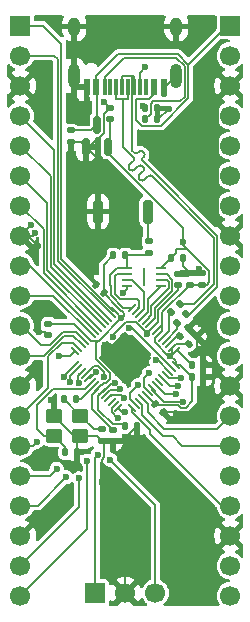
<source format=gbr>
%TF.GenerationSoftware,KiCad,Pcbnew,9.0.5*%
%TF.CreationDate,2025-12-09T16:25:25-06:00*%
%TF.ProjectId,KBoardV1,4b426f61-7264-4563-912e-6b696361645f,rev?*%
%TF.SameCoordinates,Original*%
%TF.FileFunction,Copper,L1,Top*%
%TF.FilePolarity,Positive*%
%FSLAX46Y46*%
G04 Gerber Fmt 4.6, Leading zero omitted, Abs format (unit mm)*
G04 Created by KiCad (PCBNEW 9.0.5) date 2025-12-09 16:25:25*
%MOMM*%
%LPD*%
G01*
G04 APERTURE LIST*
G04 Aperture macros list*
%AMRoundRect*
0 Rectangle with rounded corners*
0 $1 Rounding radius*
0 $2 $3 $4 $5 $6 $7 $8 $9 X,Y pos of 4 corners*
0 Add a 4 corners polygon primitive as box body*
4,1,4,$2,$3,$4,$5,$6,$7,$8,$9,$2,$3,0*
0 Add four circle primitives for the rounded corners*
1,1,$1+$1,$2,$3*
1,1,$1+$1,$4,$5*
1,1,$1+$1,$6,$7*
1,1,$1+$1,$8,$9*
0 Add four rect primitives between the rounded corners*
20,1,$1+$1,$2,$3,$4,$5,0*
20,1,$1+$1,$4,$5,$6,$7,0*
20,1,$1+$1,$6,$7,$8,$9,0*
20,1,$1+$1,$8,$9,$2,$3,0*%
%AMRotRect*
0 Rectangle, with rotation*
0 The origin of the aperture is its center*
0 $1 length*
0 $2 width*
0 $3 Rotation angle, in degrees counterclockwise*
0 Add horizontal line*
21,1,$1,$2,0,0,$3*%
G04 Aperture macros list end*
%TA.AperFunction,ComponentPad*%
%ADD10C,1.700000*%
%TD*%
%TA.AperFunction,ComponentPad*%
%ADD11R,1.700000X1.700000*%
%TD*%
%TA.AperFunction,HeatsinkPad*%
%ADD12RotRect,3.200000X3.200000X315.000000*%
%TD*%
%TA.AperFunction,SMDPad,CuDef*%
%ADD13RoundRect,0.050000X-0.309359X-0.238649X-0.238649X-0.309359X0.309359X0.238649X0.238649X0.309359X0*%
%TD*%
%TA.AperFunction,SMDPad,CuDef*%
%ADD14RoundRect,0.050000X-0.309359X0.238649X0.238649X-0.309359X0.309359X-0.238649X-0.238649X0.309359X0*%
%TD*%
%TA.AperFunction,HeatsinkPad*%
%ADD15R,0.200000X1.600000*%
%TD*%
%TA.AperFunction,SMDPad,CuDef*%
%ADD16RoundRect,0.062500X-0.387500X-0.062500X0.387500X-0.062500X0.387500X0.062500X-0.387500X0.062500X0*%
%TD*%
%TA.AperFunction,SMDPad,CuDef*%
%ADD17RoundRect,0.140000X-0.140000X-0.170000X0.140000X-0.170000X0.140000X0.170000X-0.140000X0.170000X0*%
%TD*%
%TA.AperFunction,SMDPad,CuDef*%
%ADD18RoundRect,0.140000X-0.219203X-0.021213X-0.021213X-0.219203X0.219203X0.021213X0.021213X0.219203X0*%
%TD*%
%TA.AperFunction,SMDPad,CuDef*%
%ADD19RoundRect,0.135000X-0.135000X-0.185000X0.135000X-0.185000X0.135000X0.185000X-0.135000X0.185000X0*%
%TD*%
%TA.AperFunction,SMDPad,CuDef*%
%ADD20RoundRect,0.140000X-0.170000X0.140000X-0.170000X-0.140000X0.170000X-0.140000X0.170000X0.140000X0*%
%TD*%
%TA.AperFunction,SMDPad,CuDef*%
%ADD21RoundRect,0.140000X0.170000X-0.140000X0.170000X0.140000X-0.170000X0.140000X-0.170000X-0.140000X0*%
%TD*%
%TA.AperFunction,SMDPad,CuDef*%
%ADD22RoundRect,0.140000X0.021213X-0.219203X0.219203X-0.021213X-0.021213X0.219203X-0.219203X0.021213X0*%
%TD*%
%TA.AperFunction,SMDPad,CuDef*%
%ADD23RoundRect,0.250000X0.450000X0.350000X-0.450000X0.350000X-0.450000X-0.350000X0.450000X-0.350000X0*%
%TD*%
%TA.AperFunction,SMDPad,CuDef*%
%ADD24RoundRect,0.150000X0.150000X-0.587500X0.150000X0.587500X-0.150000X0.587500X-0.150000X-0.587500X0*%
%TD*%
%TA.AperFunction,SMDPad,CuDef*%
%ADD25RoundRect,0.200000X-0.200000X-0.800000X0.200000X-0.800000X0.200000X0.800000X-0.200000X0.800000X0*%
%TD*%
%TA.AperFunction,SMDPad,CuDef*%
%ADD26RoundRect,0.135000X-0.185000X0.135000X-0.185000X-0.135000X0.185000X-0.135000X0.185000X0.135000X0*%
%TD*%
%TA.AperFunction,SMDPad,CuDef*%
%ADD27RoundRect,0.135000X-0.035355X0.226274X-0.226274X0.035355X0.035355X-0.226274X0.226274X-0.035355X0*%
%TD*%
%TA.AperFunction,SMDPad,CuDef*%
%ADD28RoundRect,0.135000X0.035355X-0.226274X0.226274X-0.035355X-0.035355X0.226274X-0.226274X0.035355X0*%
%TD*%
%TA.AperFunction,SMDPad,CuDef*%
%ADD29RoundRect,0.140000X0.140000X0.170000X-0.140000X0.170000X-0.140000X-0.170000X0.140000X-0.170000X0*%
%TD*%
%TA.AperFunction,SMDPad,CuDef*%
%ADD30RoundRect,0.140000X0.219203X0.021213X0.021213X0.219203X-0.219203X-0.021213X-0.021213X-0.219203X0*%
%TD*%
%TA.AperFunction,HeatsinkPad*%
%ADD31O,1.000000X1.600000*%
%TD*%
%TA.AperFunction,HeatsinkPad*%
%ADD32O,1.000000X2.100000*%
%TD*%
%TA.AperFunction,SMDPad,CuDef*%
%ADD33R,0.600000X1.450000*%
%TD*%
%TA.AperFunction,SMDPad,CuDef*%
%ADD34R,0.300000X1.450000*%
%TD*%
%TA.AperFunction,ViaPad*%
%ADD35C,0.600000*%
%TD*%
%TA.AperFunction,Conductor*%
%ADD36C,0.200000*%
%TD*%
G04 APERTURE END LIST*
D10*
%TO.P,J3,20,Pin_20*%
%TO.N,GPIO16*%
X73590000Y-74130000D03*
%TO.P,J3,19,Pin_19*%
%TO.N,GPIO17*%
X73590000Y-71590000D03*
%TO.P,J3,18,Pin_18*%
%TO.N,GND*%
X73590000Y-69050000D03*
%TO.P,J3,17,Pin_17*%
%TO.N,GPIO18*%
X73590000Y-66510000D03*
%TO.P,J3,16,Pin_16*%
%TO.N,GPIO19*%
X73590000Y-63970000D03*
%TO.P,J3,15,Pin_15*%
%TO.N,GPIO20*%
X73590000Y-61430000D03*
%TO.P,J3,14,Pin_14*%
%TO.N,GPIO21*%
X73590000Y-58890000D03*
%TO.P,J3,13,Pin_13*%
%TO.N,GND*%
X73590000Y-56350000D03*
%TO.P,J3,12,Pin_12*%
%TO.N,GPIO22*%
X73590000Y-53810000D03*
%TO.P,J3,11,Pin_11*%
%TO.N,RUN*%
X73590000Y-51270000D03*
%TO.P,J3,10,Pin_10*%
%TO.N,GPIO23*%
X73590000Y-48730000D03*
%TO.P,J3,9,Pin_9*%
%TO.N,GPIO24*%
X73590000Y-46190000D03*
%TO.P,J3,8,Pin_8*%
%TO.N,GND*%
X73590000Y-43650000D03*
%TO.P,J3,7,Pin_7*%
%TO.N,GPIO26_ADC0*%
X73590000Y-41110000D03*
%TO.P,J3,6,Pin_6*%
%TO.N,GPIO27_ADC1*%
X73590000Y-38570000D03*
%TO.P,J3,5,Pin_5*%
%TO.N,+3V3*%
X73590000Y-36030000D03*
%TO.P,J3,4,Pin_4*%
%TO.N,GPIO28_ADC2*%
X73590000Y-33490000D03*
%TO.P,J3,3,Pin_3*%
%TO.N,GND*%
X73590000Y-30950000D03*
%TO.P,J3,2,Pin_2*%
%TO.N,GPIO29_ADC3*%
X73590000Y-28410000D03*
D11*
%TO.P,J3,1,Pin_1*%
%TO.N,VBUS*%
X73590000Y-25870000D03*
%TD*%
D12*
%TO.P,U1,57,GND*%
%TO.N,GND*%
X64700000Y-54000000D03*
D13*
%TO.P,U1,56,QSPI_SS*%
%TO.N,QSPI_SS*%
X65292202Y-49730843D03*
%TO.P,U1,55,QSPI_SD1*%
%TO.N,QSPI_SD1*%
X65575045Y-50013686D03*
%TO.P,U1,54,QSPI_SD2*%
%TO.N,QSPI_SD2*%
X65857888Y-50296528D03*
%TO.P,U1,53,QSPI_SD0*%
%TO.N,QSPI_SD0*%
X66140730Y-50579371D03*
%TO.P,U1,52,QSPI_SCLK*%
%TO.N,QSPI_SCLK*%
X66423573Y-50862214D03*
%TO.P,U1,51,QSPI_SD3*%
%TO.N,QSPI_SD3*%
X66706415Y-51145057D03*
%TO.P,U1,50,DVDD*%
%TO.N,+1V1*%
X66989258Y-51427899D03*
%TO.P,U1,49,IOVDD*%
%TO.N,+3V3*%
X67272100Y-51710741D03*
%TO.P,U1,48,USB_VDD*%
X67554944Y-51993584D03*
%TO.P,U1,47,USB_DP*%
%TO.N,Net-(U1-USB_DP)*%
X67837787Y-52276427D03*
%TO.P,U1,46,USB_DM*%
%TO.N,Net-(U1-USB_DM)*%
X68120629Y-52559270D03*
%TO.P,U1,45,VREG_VOUT*%
%TO.N,+1V1*%
X68403472Y-52842113D03*
%TO.P,U1,44,VREG_IN*%
%TO.N,+3V3*%
X68686314Y-53124955D03*
%TO.P,U1,43,ADC_AVDD*%
X68969157Y-53407798D03*
D14*
%TO.P,U1,42,IOVDD*%
X68969157Y-54592202D03*
%TO.P,U1,41,GPIO29_ADC3*%
%TO.N,GPIO29_ADC3*%
X68686314Y-54875045D03*
%TO.P,U1,40,GPIO28_ADC2*%
%TO.N,GPIO28_ADC2*%
X68403472Y-55157888D03*
%TO.P,U1,39,GPIO27_ADC1*%
%TO.N,GPIO27_ADC1*%
X68120629Y-55440730D03*
%TO.P,U1,38,GPIO26_ADC0*%
%TO.N,GPIO26_ADC0*%
X67837786Y-55723573D03*
%TO.P,U1,37,GPIO25*%
%TO.N,unconnected-(U1-GPIO25-Pad37)*%
X67554943Y-56006415D03*
%TO.P,U1,36,GPIO24*%
%TO.N,GPIO24*%
X67272101Y-56289258D03*
%TO.P,U1,35,GPIO23*%
%TO.N,GPIO23*%
X66989259Y-56572100D03*
%TO.P,U1,34,GPIO22*%
%TO.N,GPIO22*%
X66706416Y-56854944D03*
%TO.P,U1,33,IOVDD*%
%TO.N,+3V3*%
X66423573Y-57137787D03*
%TO.P,U1,32,GPIO21*%
%TO.N,GPIO21*%
X66140730Y-57420629D03*
%TO.P,U1,31,GPIO20*%
%TO.N,GPIO20*%
X65857887Y-57703472D03*
%TO.P,U1,30,GPIO19*%
%TO.N,GPIO19*%
X65575045Y-57986314D03*
%TO.P,U1,29,GPIO18*%
%TO.N,GPIO18*%
X65292202Y-58269157D03*
D13*
%TO.P,U1,28,GPIO17*%
%TO.N,GPIO17*%
X64107798Y-58269157D03*
%TO.P,U1,27,GPIO16*%
%TO.N,GPIO16*%
X63824955Y-57986314D03*
%TO.P,U1,26,RUN*%
%TO.N,unconnected-(U1-RUN-Pad26)*%
X63542112Y-57703472D03*
%TO.P,U1,25,SWD*%
%TO.N,SWD*%
X63259270Y-57420629D03*
%TO.P,U1,24,SWCLK*%
%TO.N,SWCLK*%
X62976427Y-57137786D03*
%TO.P,U1,23,DVDD*%
%TO.N,+1V1*%
X62693585Y-56854943D03*
%TO.P,U1,22,IOVDD*%
%TO.N,+3V3*%
X62410742Y-56572101D03*
%TO.P,U1,21,XOUT*%
%TO.N,XOUT*%
X62127900Y-56289259D03*
%TO.P,U1,20,XIN*%
%TO.N,XIN*%
X61845056Y-56006416D03*
%TO.P,U1,19,TESTEN*%
%TO.N,GND*%
X61562213Y-55723573D03*
%TO.P,U1,18,GPIO15*%
%TO.N,GPIO15*%
X61279371Y-55440730D03*
%TO.P,U1,17,GPIO14*%
%TO.N,GPIO14*%
X60996528Y-55157887D03*
%TO.P,U1,16,GPIO13*%
%TO.N,GPIO13*%
X60713686Y-54875045D03*
%TO.P,U1,15,GPIO12*%
%TO.N,GPIO12*%
X60430843Y-54592202D03*
D14*
%TO.P,U1,14,GPIO11*%
%TO.N,GPIO11*%
X60430843Y-53407798D03*
%TO.P,U1,13,GPIO10*%
%TO.N,GPIO10*%
X60713686Y-53124955D03*
%TO.P,U1,12,GPIO9*%
%TO.N,GPIO9*%
X60996528Y-52842112D03*
%TO.P,U1,11,GPIO8*%
%TO.N,GPIO8*%
X61279371Y-52559270D03*
%TO.P,U1,10,IOVDD*%
%TO.N,+3V3*%
X61562214Y-52276427D03*
%TO.P,U1,9,GPIO7*%
%TO.N,GPIO7*%
X61845057Y-51993585D03*
%TO.P,U1,8,GPIO6*%
%TO.N,GPIO6*%
X62127899Y-51710742D03*
%TO.P,U1,7,GPIO5*%
%TO.N,GPIO5*%
X62410741Y-51427900D03*
%TO.P,U1,6,GPIO4*%
%TO.N,GPIO4*%
X62693584Y-51145056D03*
%TO.P,U1,5,GPIO3*%
%TO.N,GPIO3*%
X62976427Y-50862213D03*
%TO.P,U1,4,GPIO2*%
%TO.N,GPIO2*%
X63259270Y-50579371D03*
%TO.P,U1,3,GPIO1*%
%TO.N,GPIO1*%
X63542113Y-50296528D03*
%TO.P,U1,2,GPIO0*%
%TO.N,GPIO0*%
X63824955Y-50013686D03*
%TO.P,U1,1,IOVDD*%
%TO.N,+3V3*%
X64107798Y-49730843D03*
%TD*%
D15*
%TO.P,U3,9*%
%TO.N,N/C*%
X66275000Y-47150000D03*
D16*
%TO.P,U3,8,VCC*%
%TO.N,+3V3*%
X67700000Y-46400000D03*
%TO.P,U3,7,~{HOLD}/~{RESET}/IO_{3}*%
%TO.N,QSPI_SD3*%
X67700000Y-46900000D03*
%TO.P,U3,6,CLK*%
%TO.N,QSPI_SCLK*%
X67700000Y-47400000D03*
%TO.P,U3,5,DI/IO_{0}*%
%TO.N,QSPI_SD0*%
X67700000Y-47900000D03*
%TO.P,U3,4,GND*%
%TO.N,GND*%
X64850000Y-47900000D03*
%TO.P,U3,3,~{WP}/IO_{2}*%
%TO.N,QSPI_SD2*%
X64850000Y-47400000D03*
%TO.P,U3,2,DO/IO_{1}*%
%TO.N,QSPI_SD1*%
X64850000Y-46900000D03*
%TO.P,U3,1,~{CS}*%
%TO.N,QSPI_SS*%
X64850000Y-46400000D03*
%TD*%
D17*
%TO.P,C8,2*%
%TO.N,GND*%
X71300000Y-55600000D03*
%TO.P,C8,1*%
%TO.N,+3V3*%
X70340000Y-55600000D03*
%TD*%
D18*
%TO.P,C5,2*%
%TO.N,GND*%
X67900000Y-58600000D03*
%TO.P,C5,1*%
%TO.N,+3V3*%
X67221178Y-57921178D03*
%TD*%
D19*
%TO.P,R5,1*%
%TO.N,Net-(C16-Pad2)*%
X59480002Y-57500000D03*
%TO.P,R5,2*%
%TO.N,XOUT*%
X60500000Y-57500000D03*
%TD*%
D20*
%TO.P,C2,2*%
%TO.N,GND*%
X63700000Y-61060000D03*
%TO.P,C2,1*%
%TO.N,+3V3*%
X63700000Y-60100000D03*
%TD*%
D21*
%TO.P,C16,1*%
%TO.N,GND*%
X62700000Y-61000000D03*
%TO.P,C16,2*%
%TO.N,Net-(C16-Pad2)*%
X62700000Y-60040000D03*
%TD*%
D22*
%TO.P,C11,2*%
%TO.N,GND*%
X70039411Y-51460589D03*
%TO.P,C11,1*%
%TO.N,+1V1*%
X69360589Y-52139411D03*
%TD*%
D23*
%TO.P,Y1,4,4*%
%TO.N,GND*%
X60900000Y-60600000D03*
%TO.P,Y1,3,3*%
%TO.N,XIN*%
X58700000Y-60600000D03*
%TO.P,Y1,2,2*%
%TO.N,GND*%
X58700000Y-58900000D03*
%TO.P,Y1,1,1*%
%TO.N,Net-(C16-Pad2)*%
X60900000Y-58900000D03*
%TD*%
D24*
%TO.P,U2,1,GND*%
%TO.N,GND*%
X61350000Y-36137500D03*
%TO.P,U2,2,VO*%
%TO.N,+3V3*%
X63250000Y-36137500D03*
%TO.P,U2,3,VI*%
%TO.N,VBUS*%
X62300000Y-34262500D03*
%TD*%
D25*
%TO.P,SW1,1,1*%
%TO.N,GND*%
X62400000Y-41600000D03*
%TO.P,SW1,2,2*%
%TO.N,Net-(R7-Pad1)*%
X66600000Y-41600000D03*
%TD*%
D26*
%TO.P,R7,1*%
%TO.N,Net-(R7-Pad1)*%
X66700000Y-44100000D03*
%TO.P,R7,2*%
%TO.N,QSPI_SS*%
X66700000Y-45120000D03*
%TD*%
D19*
%TO.P,R6,1*%
%TO.N,+3V3*%
X63690000Y-45300000D03*
%TO.P,R6,2*%
%TO.N,QSPI_SS*%
X64710000Y-45300000D03*
%TD*%
D27*
%TO.P,R4,1*%
%TO.N,USB_D-*%
X69821248Y-50278752D03*
%TO.P,R4,2*%
%TO.N,Net-(U1-USB_DM)*%
X69100000Y-51000000D03*
%TD*%
D28*
%TO.P,R3,1*%
%TO.N,Net-(U1-USB_DP)*%
X68578752Y-50121248D03*
%TO.P,R3,2*%
%TO.N,USB_D+*%
X69300000Y-49400000D03*
%TD*%
D19*
%TO.P,R2,1*%
%TO.N,Net-(J1-CC2)*%
X66380000Y-33800000D03*
%TO.P,R2,2*%
%TO.N,GND*%
X67400000Y-33800000D03*
%TD*%
D11*
%TO.P,J4,1,Pin_1*%
%TO.N,SWCLK*%
X62160000Y-73890000D03*
D10*
%TO.P,J4,2,Pin_2*%
%TO.N,GND*%
X64700000Y-73890000D03*
%TO.P,J4,3,Pin_3*%
%TO.N,SWD*%
X67240000Y-73890000D03*
%TD*%
D11*
%TO.P,J2,1,Pin_1*%
%TO.N,GPIO0*%
X55810000Y-25870000D03*
D10*
%TO.P,J2,2,Pin_2*%
%TO.N,GPIO1*%
X55810000Y-28410000D03*
%TO.P,J2,3,Pin_3*%
%TO.N,GND*%
X55810000Y-30950000D03*
%TO.P,J2,4,Pin_4*%
%TO.N,GPIO2*%
X55810000Y-33490000D03*
%TO.P,J2,5,Pin_5*%
%TO.N,GPIO3*%
X55810000Y-36030000D03*
%TO.P,J2,6,Pin_6*%
%TO.N,GPIO4*%
X55810000Y-38570000D03*
%TO.P,J2,7,Pin_7*%
%TO.N,GPIO5*%
X55810000Y-41110000D03*
%TO.P,J2,8,Pin_8*%
%TO.N,GND*%
X55810000Y-43650000D03*
%TO.P,J2,9,Pin_9*%
%TO.N,GPIO6*%
X55810000Y-46190000D03*
%TO.P,J2,10,Pin_10*%
%TO.N,GPIO7*%
X55810000Y-48730000D03*
%TO.P,J2,11,Pin_11*%
%TO.N,GPIO8*%
X55810000Y-51270000D03*
%TO.P,J2,12,Pin_12*%
%TO.N,GPIO9*%
X55810000Y-53810000D03*
%TO.P,J2,13,Pin_13*%
%TO.N,GND*%
X55810000Y-56350000D03*
%TO.P,J2,14,Pin_14*%
%TO.N,GPIO10*%
X55810000Y-58890000D03*
%TO.P,J2,15,Pin_15*%
%TO.N,GPIO11*%
X55810000Y-61430000D03*
%TO.P,J2,16,Pin_16*%
%TO.N,GPIO12*%
X55810000Y-63970000D03*
%TO.P,J2,17,Pin_17*%
%TO.N,GPIO13*%
X55810000Y-66510000D03*
%TO.P,J2,18,Pin_18*%
%TO.N,GND*%
X55810000Y-69050000D03*
%TO.P,J2,19,Pin_19*%
%TO.N,GPIO14*%
X55810000Y-71590000D03*
%TO.P,J2,20,Pin_20*%
%TO.N,GPIO15*%
X55810000Y-74130000D03*
%TD*%
D22*
%TO.P,C17,1*%
%TO.N,+3V3*%
X70060589Y-52839411D03*
%TO.P,C17,2*%
%TO.N,GND*%
X70739411Y-52160589D03*
%TD*%
D29*
%TO.P,C15,1*%
%TO.N,GND*%
X60580000Y-62000000D03*
%TO.P,C15,2*%
%TO.N,XIN*%
X59620000Y-62000000D03*
%TD*%
D21*
%TO.P,C14,1*%
%TO.N,+3V3*%
X63400000Y-33780000D03*
%TO.P,C14,2*%
%TO.N,GND*%
X63400000Y-32820000D03*
%TD*%
D20*
%TO.P,C13,1*%
%TO.N,VBUS*%
X60100000Y-34740000D03*
%TO.P,C13,2*%
%TO.N,GND*%
X60100000Y-35700000D03*
%TD*%
D21*
%TO.P,C12,1*%
%TO.N,+1V1*%
X69200000Y-47820000D03*
%TO.P,C12,2*%
%TO.N,GND*%
X69200000Y-46860000D03*
%TD*%
D17*
%TO.P,C10,1*%
%TO.N,+1V1*%
X64720000Y-59800000D03*
%TO.P,C10,2*%
%TO.N,GND*%
X65680000Y-59800000D03*
%TD*%
%TO.P,C9,1*%
%TO.N,+3V3*%
X70340000Y-54600000D03*
%TO.P,C9,2*%
%TO.N,GND*%
X71300000Y-54600000D03*
%TD*%
%TO.P,C7,1*%
%TO.N,+3V3*%
X68600000Y-45500000D03*
%TO.P,C7,2*%
%TO.N,GND*%
X69560000Y-45500000D03*
%TD*%
D20*
%TO.P,C6,1*%
%TO.N,+3V3*%
X58200000Y-51100000D03*
%TO.P,C6,2*%
%TO.N,GND*%
X58200000Y-52060000D03*
%TD*%
D21*
%TO.P,C4,1*%
%TO.N,+3V3*%
X70200000Y-47800000D03*
%TO.P,C4,2*%
%TO.N,GND*%
X70200000Y-46840000D03*
%TD*%
D30*
%TO.P,C3,1*%
%TO.N,+3V3*%
X62900000Y-48500000D03*
%TO.P,C3,2*%
%TO.N,GND*%
X62221178Y-47821178D03*
%TD*%
D21*
%TO.P,C1,1*%
%TO.N,+3V3*%
X71200000Y-47800000D03*
%TO.P,C1,2*%
%TO.N,GND*%
X71200000Y-46840000D03*
%TD*%
D31*
%TO.P,J1,S1,SHIELD*%
%TO.N,GND*%
X60380000Y-25940000D03*
D32*
X60380000Y-30120000D03*
D31*
X69020000Y-25940000D03*
D32*
X69020000Y-30120000D03*
D33*
%TO.P,J1,B12,GND*%
X67950000Y-31035000D03*
%TO.P,J1,B9,VBUS*%
%TO.N,VBUS*%
X67150000Y-31035000D03*
D34*
%TO.P,J1,B8*%
%TO.N,N/C*%
X66450000Y-31035000D03*
%TO.P,J1,B7,D-*%
%TO.N,USB_D-*%
X65450000Y-31035000D03*
%TO.P,J1,B6,D+*%
%TO.N,USB_D+*%
X63950000Y-31035000D03*
%TO.P,J1,B5,CC2*%
%TO.N,Net-(J1-CC2)*%
X62950000Y-31035000D03*
D33*
%TO.P,J1,B4,VBUS*%
%TO.N,VBUS*%
X62250000Y-31035000D03*
%TO.P,J1,B1,GND*%
%TO.N,GND*%
X61450000Y-31035000D03*
%TO.P,J1,A12,GND*%
X61450000Y-31035000D03*
%TO.P,J1,A9,VBUS*%
%TO.N,VBUS*%
X62250000Y-31035000D03*
D34*
%TO.P,J1,A8*%
%TO.N,N/C*%
X63450000Y-31035000D03*
%TO.P,J1,A7,D-*%
%TO.N,USB_D-*%
X64450000Y-31035000D03*
%TO.P,J1,A6,D+*%
%TO.N,USB_D+*%
X64950000Y-31035000D03*
%TO.P,J1,A5,CC1*%
%TO.N,Net-(J1-CC1)*%
X65950000Y-31035000D03*
D33*
%TO.P,J1,A4,VBUS*%
%TO.N,VBUS*%
X67150000Y-31035000D03*
%TO.P,J1,A1,GND*%
%TO.N,GND*%
X67950000Y-31035000D03*
%TD*%
D19*
%TO.P,R1,1*%
%TO.N,Net-(J1-CC1)*%
X66380000Y-32800000D03*
%TO.P,R1,2*%
%TO.N,GND*%
X67400000Y-32800000D03*
%TD*%
D35*
%TO.N,GND*%
X63000000Y-52900000D03*
X64500000Y-48500000D03*
X62213604Y-55213604D03*
X70901999Y-46452978D03*
X64600000Y-70100000D03*
X58900000Y-66800000D03*
X63700000Y-39000000D03*
X57295000Y-44500000D03*
X61000000Y-43300000D03*
X61300000Y-38100000D03*
X58100000Y-29200000D03*
X58200000Y-30400000D03*
X56746446Y-42753554D03*
X57100000Y-43400000D03*
X60300000Y-37300000D03*
X62900000Y-32300000D03*
X60700000Y-41700000D03*
X68396446Y-32896446D03*
X58399000Y-57600000D03*
X62700000Y-64500000D03*
X57400000Y-51800000D03*
X57200000Y-54600000D03*
X70600000Y-59300000D03*
X62000000Y-46700000D03*
X71400000Y-29000000D03*
%TO.N,Net-(J1-CC1)*%
X66400000Y-29400000D03*
X66200000Y-32700000D03*
%TO.N,+1V1*%
X63685786Y-52185786D03*
X66514500Y-51996125D03*
X69360589Y-52139411D03*
%TO.N,GPIO29_ADC3*%
X65000000Y-51471573D03*
%TO.N,+3V3*%
X68500000Y-53800000D03*
X64375637Y-50647385D03*
%TO.N,+1V1*%
X63804262Y-56103124D03*
%TO.N,SWCLK*%
X64268030Y-56642133D03*
%TO.N,SWD*%
X64600000Y-57400000D03*
%TO.N,GPIO16*%
X64100000Y-59100000D03*
%TO.N,GPIO17*%
X64700000Y-58600000D03*
%TO.N,GPIO19*%
X65787914Y-56300000D03*
%TO.N,GPIO22*%
X66700000Y-55300000D03*
%TO.N,GPIO23*%
X69600000Y-57700000D03*
%TO.N,GPIO24*%
X68978640Y-57064081D03*
%TO.N,GPIO26_ADC0*%
X69200000Y-56400000D03*
%TO.N,GPIO27_ADC1*%
X69400000Y-55700000D03*
%TO.N,+3V3*%
X69600000Y-44200000D03*
%TO.N,GPIO28_ADC2*%
X67307313Y-54203151D03*
%TO.N,GPIO15*%
X61500000Y-62700000D03*
%TO.N,GPIO14*%
X60743798Y-56100000D03*
X60800000Y-64200000D03*
%TO.N,GPIO13*%
X60046610Y-56037288D03*
X59700000Y-64100000D03*
%TO.N,GPIO12*%
X58900000Y-63400000D03*
X59500000Y-55600000D03*
%TO.N,GPIO11*%
X57200000Y-61100000D03*
X59100000Y-53800000D03*
%TO.N,SWD*%
X63400000Y-62600000D03*
%TO.N,GPIO15*%
X62900000Y-55600000D03*
%TO.N,SWCLK*%
X62400000Y-62200000D03*
%TD*%
D36*
%TO.N,GND*%
X64100000Y-54000000D02*
X63000000Y-52900000D01*
X64700000Y-54000000D02*
X64100000Y-54000000D01*
X64850000Y-48150000D02*
X64500000Y-48500000D01*
X64850000Y-47900000D02*
X64850000Y-48150000D01*
%TO.N,QSPI_SD1*%
X64850000Y-46900000D02*
X64000000Y-46900000D01*
X64000000Y-46900000D02*
X63800000Y-47100000D01*
X63800000Y-47100000D02*
X63800000Y-48571689D01*
X65700000Y-49000000D02*
X65900000Y-49200000D01*
X63800000Y-48571689D02*
X64264156Y-49035845D01*
X64264156Y-49035845D02*
X64300001Y-49000000D01*
X64300001Y-49000000D02*
X65700000Y-49000000D01*
X65900000Y-49688731D02*
X65575045Y-50013686D01*
X65900000Y-49200000D02*
X65900000Y-49688731D01*
%TO.N,QSPI_SS*%
X64850000Y-46400000D02*
X64000000Y-46400000D01*
X64533476Y-49730843D02*
X65292202Y-49730843D01*
X64000000Y-46400000D02*
X63400000Y-47000000D01*
X63500000Y-47938641D02*
X63500000Y-48697367D01*
X63400000Y-47000000D02*
X63400000Y-47838641D01*
X63400000Y-47838641D02*
X63500000Y-47938641D01*
X63500000Y-48697367D02*
X64533476Y-49730843D01*
%TO.N,GND*%
X61703635Y-55723573D02*
X62213604Y-55213604D01*
X61562213Y-55723573D02*
X61703635Y-55723573D01*
%TO.N,GPIO15*%
X61279371Y-55440730D02*
X62020101Y-54700000D01*
X62020101Y-54700000D02*
X62427322Y-54700000D01*
X62427322Y-54700000D02*
X62900000Y-55172678D01*
X62900000Y-55172678D02*
X62900000Y-55600000D01*
%TO.N,GND*%
X65680000Y-59800000D02*
X64420000Y-61060000D01*
X64420000Y-61060000D02*
X63700000Y-61060000D01*
X71200000Y-46750979D02*
X70901999Y-46452978D01*
X71200000Y-46840000D02*
X71200000Y-46750979D01*
X69560000Y-45500000D02*
X69560000Y-46200000D01*
X69560000Y-46200000D02*
X70200000Y-46840000D01*
X70200000Y-46840000D02*
X71200000Y-46840000D01*
X69200000Y-46860000D02*
X70180000Y-46860000D01*
X70180000Y-46860000D02*
X70200000Y-46840000D01*
X55810000Y-69050000D02*
X58060000Y-66800000D01*
X58060000Y-66800000D02*
X58900000Y-66800000D01*
X64700000Y-70200000D02*
X64700000Y-73890000D01*
X64600000Y-70100000D02*
X64700000Y-70200000D01*
X55810000Y-43650000D02*
X56445000Y-43650000D01*
X56445000Y-43650000D02*
X57295000Y-44500000D01*
X63700000Y-39000000D02*
X62400000Y-40300000D01*
X61000000Y-38400000D02*
X61300000Y-38100000D01*
X61000000Y-43300000D02*
X61000000Y-38400000D01*
X62400000Y-40300000D02*
X62400000Y-41600000D01*
X58200000Y-29300000D02*
X58100000Y-29200000D01*
X58200000Y-30400000D02*
X58200000Y-29300000D01*
X55850000Y-43650000D02*
X56746446Y-42753554D01*
X55810000Y-43650000D02*
X55850000Y-43650000D01*
X60100000Y-37100000D02*
X60300000Y-37300000D01*
X60100000Y-35700000D02*
X60100000Y-37100000D01*
X61350000Y-36137500D02*
X61663046Y-36137500D01*
X61663046Y-36137500D02*
X62889000Y-34911546D01*
X62889000Y-33331000D02*
X63400000Y-32820000D01*
X62889000Y-34911546D02*
X62889000Y-33331000D01*
X63400000Y-32800000D02*
X62900000Y-32300000D01*
X63400000Y-32820000D02*
X63400000Y-32800000D01*
X60100000Y-35700000D02*
X60912500Y-35700000D01*
X60912500Y-35700000D02*
X61350000Y-36137500D01*
X62400000Y-41600000D02*
X62400000Y-37187500D01*
X62400000Y-37187500D02*
X61350000Y-36137500D01*
X62400000Y-41600000D02*
X62400000Y-46300000D01*
X62400000Y-46300000D02*
X62000000Y-46700000D01*
X55810000Y-43650000D02*
X56850000Y-43650000D01*
X56850000Y-43650000D02*
X57100000Y-43400000D01*
X60700000Y-41700000D02*
X62300000Y-41700000D01*
X62300000Y-41700000D02*
X62400000Y-41600000D01*
X67950000Y-31035000D02*
X68105000Y-31035000D01*
X68105000Y-31035000D02*
X69020000Y-30120000D01*
X67492892Y-33800000D02*
X68396446Y-32896446D01*
X67400000Y-33800000D02*
X67492892Y-33800000D01*
X58700000Y-57901000D02*
X58399000Y-57600000D01*
X58700000Y-58900000D02*
X58700000Y-57901000D01*
X62700000Y-62608521D02*
X62901000Y-62407521D01*
X62901000Y-62407521D02*
X62901000Y-61201000D01*
X62700000Y-64500000D02*
X62700000Y-62608521D01*
X62901000Y-61201000D02*
X62700000Y-61000000D01*
X55810000Y-56350000D02*
X57200000Y-54960000D01*
X57200000Y-54960000D02*
X57200000Y-54600000D01*
X57400000Y-51800000D02*
X57940000Y-51800000D01*
X57940000Y-51800000D02*
X58200000Y-52060000D01*
X60580000Y-62000000D02*
X60580000Y-60920000D01*
X60580000Y-60920000D02*
X60900000Y-60600000D01*
X60900000Y-60600000D02*
X60400000Y-60600000D01*
X60400000Y-60600000D02*
X58700000Y-58900000D01*
X60900000Y-60600000D02*
X62300000Y-60600000D01*
X62300000Y-60600000D02*
X62700000Y-61000000D01*
X63700000Y-61060000D02*
X62760000Y-61060000D01*
X62760000Y-61060000D02*
X62700000Y-61000000D01*
X73590000Y-69050000D02*
X65600000Y-61060000D01*
X65600000Y-61060000D02*
X63700000Y-61060000D01*
X69900000Y-58600000D02*
X70600000Y-59300000D01*
X67900000Y-58600000D02*
X69900000Y-58600000D01*
X70039411Y-51460589D02*
X70739411Y-52160589D01*
X73590000Y-56350000D02*
X70739411Y-53499411D01*
X70739411Y-53499411D02*
X70739411Y-52160589D01*
X67900000Y-58600000D02*
X71340000Y-58600000D01*
X71340000Y-58600000D02*
X73590000Y-56350000D01*
X62000000Y-46700000D02*
X62000000Y-47600000D01*
X62000000Y-47600000D02*
X62221178Y-47821178D01*
X71640000Y-29000000D02*
X71400000Y-29000000D01*
X73590000Y-30950000D02*
X71640000Y-29000000D01*
X73590000Y-43650000D02*
X72539000Y-42599000D01*
X72539000Y-42599000D02*
X72539000Y-32001000D01*
X72539000Y-32001000D02*
X73590000Y-30950000D01*
%TO.N,Net-(J1-CC1)*%
X66400000Y-29400000D02*
X65950000Y-29850000D01*
X66380000Y-32800000D02*
X66300000Y-32800000D01*
X66300000Y-32800000D02*
X66200000Y-32700000D01*
X65950000Y-29850000D02*
X65950000Y-31035000D01*
%TO.N,VBUS*%
X67703596Y-34321000D02*
X66102082Y-34321000D01*
X70022000Y-32002596D02*
X67703596Y-34321000D01*
X65602000Y-33820918D02*
X65602000Y-32100000D01*
X66741000Y-32100000D02*
X67150000Y-31691000D01*
X66102082Y-34321000D02*
X65602000Y-33820918D01*
X70022000Y-29154958D02*
X70022000Y-32002596D01*
X65602000Y-32100000D02*
X66741000Y-32100000D01*
X67150000Y-31691000D02*
X67150000Y-31035000D01*
%TO.N,+3V3*%
X68969157Y-54592202D02*
X68969157Y-54269157D01*
X68969157Y-54269157D02*
X68500000Y-53800000D01*
X67221178Y-57921178D02*
X67301000Y-58001000D01*
X69192479Y-58001000D02*
X69392479Y-58201000D01*
X67301000Y-58001000D02*
X69192479Y-58001000D01*
X69392479Y-58201000D02*
X69807521Y-58201000D01*
X69807521Y-58201000D02*
X70340000Y-57668521D01*
X70340000Y-57668521D02*
X70340000Y-55600000D01*
X62400000Y-52554924D02*
X62236258Y-52718666D01*
X62236258Y-52718666D02*
X62236258Y-54083258D01*
X64375637Y-50647385D02*
X62468098Y-52554924D01*
X62468098Y-52554924D02*
X62400000Y-52554924D01*
%TO.N,+1V1*%
X63685786Y-52185786D02*
X63685786Y-52077266D01*
X63685786Y-52077266D02*
X64792479Y-50970573D01*
X66514500Y-51856119D02*
X66514500Y-51996125D01*
X66375538Y-51717157D02*
X66514500Y-51856119D01*
X66700000Y-51717157D02*
X66989258Y-51427899D01*
X64792479Y-50970573D02*
X65628954Y-50970573D01*
X65628954Y-50970573D02*
X66375538Y-51717157D01*
X66375538Y-51717157D02*
X66700000Y-51717157D01*
%TO.N,GPIO29_ADC3*%
X65000000Y-51471573D02*
X65282842Y-51471573D01*
X65282842Y-51471573D02*
X68686314Y-54875045D01*
X68686314Y-54875045D02*
X68686314Y-54786314D01*
%TO.N,+3V3*%
X67200000Y-52681625D02*
X68318375Y-53800000D01*
X68318375Y-53800000D02*
X68500000Y-53800000D01*
X68686314Y-53124955D02*
X68686314Y-53613686D01*
X68686314Y-53613686D02*
X68500000Y-53800000D01*
X68500000Y-53800000D02*
X68576955Y-53800000D01*
X68576955Y-53800000D02*
X68969157Y-53407798D01*
%TO.N,GPIO29_ADC3*%
X68686314Y-54875045D02*
X68675045Y-54875045D01*
%TO.N,+3V3*%
X64375637Y-50647385D02*
X64571514Y-50451508D01*
X64571514Y-50451508D02*
X64571514Y-50194559D01*
X64571514Y-50194559D02*
X64107798Y-49730843D01*
%TO.N,+1V1*%
X63585411Y-56103124D02*
X63804262Y-56103124D01*
X62833592Y-56854943D02*
X63585411Y-56103124D01*
X62693585Y-56854943D02*
X62833592Y-56854943D01*
%TO.N,+3V3*%
X61840711Y-52554924D02*
X62400000Y-52554924D01*
X62410742Y-56572101D02*
X62881843Y-56101000D01*
X62881843Y-56101000D02*
X63107521Y-56101000D01*
X63401000Y-55807521D02*
X63401000Y-55248000D01*
X63107521Y-56101000D02*
X63401000Y-55807521D01*
X63401000Y-55248000D02*
X62236258Y-54083258D01*
X61562214Y-52276427D02*
X61840711Y-52554924D01*
X67200000Y-52681625D02*
X67200000Y-52348528D01*
X67200000Y-52348528D02*
X67554944Y-51993584D01*
X63250000Y-36137500D02*
X63250000Y-36633198D01*
X63250000Y-36633198D02*
X69600000Y-42983198D01*
X69600000Y-42983198D02*
X69600000Y-44200000D01*
X68600000Y-45500000D02*
X69000000Y-45100000D01*
X69000000Y-45100000D02*
X69000000Y-44800000D01*
X67700000Y-46400000D02*
X68600000Y-45500000D01*
%TO.N,GPIO18*%
X66800000Y-60400000D02*
X72910000Y-66510000D01*
X72910000Y-66510000D02*
X73590000Y-66510000D01*
%TO.N,GPIO20*%
X65857887Y-57703472D02*
X66136384Y-57981969D01*
X66136384Y-58844905D02*
X67891479Y-60600000D01*
X66136384Y-57981969D02*
X66136384Y-58844905D01*
X68700000Y-60600000D02*
X69530000Y-61430000D01*
X67891479Y-60600000D02*
X68700000Y-60600000D01*
X69530000Y-61430000D02*
X73590000Y-61430000D01*
%TO.N,GPIO21*%
X68000000Y-60000000D02*
X72480000Y-60000000D01*
X72480000Y-60000000D02*
X73590000Y-58890000D01*
%TO.N,VBUS*%
X73590000Y-25870000D02*
X73306958Y-25870000D01*
X73306958Y-25870000D02*
X70022000Y-29154958D01*
%TO.N,SWCLK*%
X64268030Y-56642133D02*
X64203056Y-56707107D01*
X62976427Y-57137786D02*
X63407107Y-56707107D01*
X64203056Y-56707107D02*
X63407107Y-56707107D01*
%TO.N,SWD*%
X64342133Y-57142133D02*
X63537766Y-57142133D01*
X64600000Y-57400000D02*
X64342133Y-57142133D01*
X63537766Y-57142133D02*
X63259270Y-57420629D01*
%TO.N,GPIO16*%
X64100000Y-59100000D02*
X64035663Y-59100000D01*
X64035663Y-59100000D02*
X63546459Y-58610796D01*
X63546459Y-58610796D02*
X63546459Y-58264810D01*
X63546459Y-58264810D02*
X63824955Y-57986314D01*
%TO.N,GPIO17*%
X64700000Y-58600000D02*
X64438641Y-58600000D01*
X64438641Y-58600000D02*
X64107798Y-58269157D01*
%TO.N,GPIO18*%
X66800000Y-60400000D02*
X66800000Y-60100000D01*
X65292202Y-58592202D02*
X65292202Y-58269157D01*
X66800000Y-60100000D02*
X65292202Y-58592202D01*
%TO.N,GPIO19*%
X65100000Y-57511269D02*
X65575045Y-57986314D01*
X65100000Y-56987914D02*
X65100000Y-57511269D01*
X65787914Y-56300000D02*
X65100000Y-56987914D01*
%TO.N,GPIO21*%
X68000000Y-60000000D02*
X66600000Y-58600000D01*
X66600000Y-58600000D02*
X66600000Y-57879899D01*
X66600000Y-57879899D02*
X66140730Y-57420629D01*
%TO.N,GPIO22*%
X66287914Y-55712086D02*
X66287914Y-56436442D01*
X66287914Y-56436442D02*
X66706416Y-56854944D01*
X66700000Y-55300000D02*
X66287914Y-55712086D01*
%TO.N,GPIO23*%
X67977152Y-57700000D02*
X66989259Y-56712107D01*
X66989259Y-56712107D02*
X66989259Y-56572100D01*
X69600000Y-57700000D02*
X67977152Y-57700000D01*
%TO.N,GPIO24*%
X68978640Y-57064081D02*
X68046924Y-57064081D01*
X68046924Y-57064081D02*
X67272101Y-56289258D01*
%TO.N,GPIO26_ADC0*%
X68514213Y-56400000D02*
X67837786Y-55723573D01*
X69200000Y-56400000D02*
X68514213Y-56400000D01*
%TO.N,GPIO27_ADC1*%
X69380773Y-55719227D02*
X68399126Y-55719227D01*
X69400000Y-55700000D02*
X69380773Y-55719227D01*
X68399126Y-55719227D02*
X68120629Y-55440730D01*
%TO.N,+3V3*%
X69600000Y-44200000D02*
X69600000Y-44443872D01*
X69600000Y-44443872D02*
X69956128Y-44800000D01*
%TO.N,GPIO28_ADC2*%
X67448735Y-54203151D02*
X68403472Y-55157888D01*
X67307313Y-54203151D02*
X67448735Y-54203151D01*
%TO.N,GPIO15*%
X55810000Y-74130000D02*
X61500000Y-68440000D01*
X61500000Y-68440000D02*
X61500000Y-62700000D01*
%TO.N,GPIO14*%
X60800000Y-66600000D02*
X60800000Y-64200000D01*
X55810000Y-71590000D02*
X60800000Y-66600000D01*
X60743798Y-56100000D02*
X60718032Y-56074234D01*
X60718032Y-56074234D02*
X60718032Y-55436383D01*
X60718032Y-55436383D02*
X60996528Y-55157887D01*
%TO.N,GPIO13*%
X60046610Y-56037288D02*
X60046610Y-55542121D01*
X55810000Y-66510000D02*
X57290000Y-66510000D01*
X57290000Y-66510000D02*
X59700000Y-64100000D01*
X60046610Y-55542121D02*
X60713686Y-54875045D01*
%TO.N,GPIO12*%
X55810000Y-63970000D02*
X58330000Y-63970000D01*
X58330000Y-63970000D02*
X58900000Y-63400000D01*
X59500000Y-55523045D02*
X60430843Y-54592202D01*
X59500000Y-55600000D02*
X59500000Y-55523045D01*
%TO.N,GPIO11*%
X55810000Y-61430000D02*
X56870000Y-61430000D01*
X56870000Y-61430000D02*
X57200000Y-61100000D01*
X59100000Y-53800000D02*
X60038641Y-53800000D01*
X60038641Y-53800000D02*
X60430843Y-53407798D01*
%TO.N,GPIO10*%
X58175678Y-56524322D02*
X58175678Y-53875678D01*
X59351356Y-52700000D02*
X60288731Y-52700000D01*
X55810000Y-58890000D02*
X58175678Y-56524322D01*
X58175678Y-53875678D02*
X59351356Y-52700000D01*
X60288731Y-52700000D02*
X60713686Y-53124955D01*
%TO.N,GPIO9*%
X55810000Y-53810000D02*
X57815678Y-53810000D01*
X57815678Y-53810000D02*
X59525678Y-52100000D01*
X59525678Y-52100000D02*
X60254416Y-52100000D01*
X60254416Y-52100000D02*
X60996528Y-52842112D01*
%TO.N,GPIO8*%
X55810000Y-51270000D02*
X55970000Y-51270000D01*
X55970000Y-51270000D02*
X57600000Y-52900000D01*
X57600000Y-52900000D02*
X58300000Y-52900000D01*
X58300000Y-52900000D02*
X59400000Y-51800000D01*
X59400000Y-51800000D02*
X60520101Y-51800000D01*
X60520101Y-51800000D02*
X61279371Y-52559270D01*
%TO.N,GPIO7*%
X55810000Y-48730000D02*
X58581472Y-48730000D01*
X58581472Y-48730000D02*
X61845057Y-51993585D01*
%TO.N,GPIO6*%
X55810000Y-46190000D02*
X56607157Y-46190000D01*
X56607157Y-46190000D02*
X62127899Y-51710742D01*
%TO.N,GPIO5*%
X55810000Y-41110000D02*
X57795000Y-43095000D01*
X57795000Y-43095000D02*
X57795000Y-46812159D01*
X57795000Y-46812159D02*
X62410741Y-51427900D01*
%TO.N,GPIO4*%
X55810000Y-38570000D02*
X58096000Y-40856000D01*
X58096000Y-40856000D02*
X58096000Y-46547472D01*
X58096000Y-46547472D02*
X62693584Y-51145056D01*
%TO.N,GPIO3*%
X55810000Y-36030000D02*
X58397000Y-38617000D01*
X58397000Y-38617000D02*
X58397000Y-46282786D01*
X58397000Y-46282786D02*
X62976427Y-50862213D01*
%TO.N,GPIO2*%
X55810000Y-33490000D02*
X58698000Y-36378000D01*
X58698000Y-36378000D02*
X58698000Y-46018101D01*
X58698000Y-46018101D02*
X63259270Y-50579371D01*
%TO.N,GPIO1*%
X58709000Y-28410000D02*
X58999000Y-28700000D01*
X58999000Y-28700000D02*
X58999000Y-45753415D01*
X55810000Y-28410000D02*
X58709000Y-28410000D01*
X58999000Y-45753415D02*
X63542113Y-50296528D01*
%TO.N,GPIO0*%
X55810000Y-25870000D02*
X57770000Y-25870000D01*
X57770000Y-25870000D02*
X59300000Y-27400000D01*
X59300000Y-27400000D02*
X59300000Y-45622664D01*
X59300000Y-45622664D02*
X63691022Y-50013686D01*
X63691022Y-50013686D02*
X63824955Y-50013686D01*
%TO.N,+3V3*%
X63690000Y-45300000D02*
X62900000Y-46090000D01*
X62900000Y-46090000D02*
X62900000Y-48500000D01*
%TO.N,VBUS*%
X70022000Y-29154958D02*
X69134042Y-28267000D01*
X69134042Y-28267000D02*
X64093000Y-28267000D01*
X64093000Y-28267000D02*
X62250000Y-30110000D01*
X62250000Y-30110000D02*
X62250000Y-31035000D01*
%TO.N,Net-(J1-CC2)*%
X62950000Y-31035000D02*
X62950000Y-30184322D01*
X67044082Y-32279000D02*
X66851000Y-32472082D01*
X62950000Y-30184322D02*
X64566322Y-28568000D01*
X69319918Y-32279000D02*
X67044082Y-32279000D01*
X66851000Y-33329000D02*
X66380000Y-33800000D01*
X64566322Y-28568000D02*
X69009364Y-28568000D01*
X69009364Y-28568000D02*
X69721000Y-29279636D01*
X69721000Y-29279636D02*
X69721000Y-31877918D01*
X66851000Y-32472082D02*
X66851000Y-33329000D01*
X69721000Y-31877918D02*
X69319918Y-32279000D01*
%TO.N,VBUS*%
X62300000Y-34262500D02*
X62300000Y-31085000D01*
X62300000Y-31085000D02*
X62250000Y-31035000D01*
X60100000Y-34740000D02*
X61822500Y-34740000D01*
X61822500Y-34740000D02*
X62300000Y-34262500D01*
%TO.N,+3V3*%
X63400000Y-33780000D02*
X63400000Y-35987500D01*
X63400000Y-35987500D02*
X63250000Y-36137500D01*
%TO.N,USB_D+*%
X65131597Y-38085318D02*
G75*
G03*
X65471009Y-38085318I169706J169704D01*
G01*
X66996397Y-38596396D02*
X67081251Y-38681251D01*
X70525678Y-49400000D02*
X69300000Y-49400000D01*
X66232723Y-37832723D02*
G75*
G02*
X66232695Y-38172106I-169723J-169677D01*
G01*
X65384195Y-36984195D02*
G75*
G02*
X65384195Y-37323605I-169695J-169705D01*
G01*
X65895290Y-38509566D02*
G75*
G03*
X65895261Y-38849005I169710J-169734D01*
G01*
X65980142Y-38933829D02*
G75*
G03*
X66319554Y-38933829I169706J169704D01*
G01*
X65808458Y-37747868D02*
G75*
G02*
X66147869Y-37747868I169705J-169707D01*
G01*
X65384195Y-37323606D02*
X65046745Y-37661055D01*
X66656986Y-38596396D02*
G75*
G02*
X66996397Y-38596395I169706J-169707D01*
G01*
X64500000Y-32100000D02*
X64500000Y-36100000D01*
X72201000Y-47724678D02*
X70525678Y-49400000D01*
X64500000Y-36100000D02*
X65384195Y-36984195D01*
X65046745Y-37661055D02*
G75*
G03*
X65046705Y-38000505I169755J-169745D01*
G01*
X65046745Y-38000466D02*
X65131597Y-38085318D01*
X66147869Y-37747868D02*
X66232723Y-37832723D01*
X65471009Y-38085318D02*
X65808458Y-37747868D01*
X66319554Y-38933829D02*
X66656986Y-38596396D01*
X72201000Y-43801000D02*
X72201000Y-47724678D01*
X66232723Y-38172134D02*
X65895290Y-38509566D01*
X65895290Y-38848977D02*
X65980142Y-38933829D01*
X67081251Y-38681251D02*
X67320805Y-38920805D01*
X67320805Y-38920805D02*
X72201000Y-43801000D01*
%TO.N,USB_D-*%
X65301000Y-36177231D02*
X65301000Y-36475322D01*
X65764304Y-36599215D02*
X65841947Y-36521569D01*
X65424892Y-36599214D02*
G75*
G03*
X65764305Y-36599216I169708J169714D01*
G01*
X66188566Y-37362889D02*
X66273420Y-37447742D01*
X65301000Y-36475322D02*
X65424892Y-36599214D01*
X70178134Y-50278752D02*
X69821248Y-50278752D01*
X66931144Y-38105466D02*
X72502000Y-43676322D01*
X72502000Y-47954886D02*
X70178134Y-50278752D01*
X66181359Y-36521570D02*
X66266211Y-36606422D01*
X66266211Y-36945834D02*
X66188565Y-37023477D01*
X72502000Y-43676322D02*
X72502000Y-47954886D01*
X66273420Y-37447742D02*
X66931144Y-38105466D01*
X66266211Y-36606422D02*
G75*
G02*
X66266183Y-36945806I-169711J-169678D01*
G01*
X65841947Y-36521569D02*
G75*
G02*
X66181406Y-36521522I169753J-169731D01*
G01*
X66188565Y-37023477D02*
G75*
G03*
X66188548Y-37362906I169735J-169723D01*
G01*
X65100000Y-30100000D02*
X65292000Y-30100000D01*
X65292000Y-30100000D02*
X65301000Y-30109000D01*
X65301000Y-35596248D02*
X65301000Y-35725356D01*
X65301000Y-30109000D02*
X65301000Y-35596248D01*
X65301000Y-35725356D02*
X65301000Y-36177231D01*
X65100000Y-30100000D02*
X64500000Y-30100000D01*
%TO.N,USB_D+*%
X64500000Y-32100000D02*
X64900000Y-32100000D01*
X63950000Y-31035000D02*
X63950000Y-32050000D01*
X63950000Y-32050000D02*
X64000000Y-32100000D01*
X64000000Y-32100000D02*
X64500000Y-32100000D01*
X64900000Y-32100000D02*
X64950000Y-32050000D01*
X64950000Y-32050000D02*
X64950000Y-31035000D01*
%TO.N,USB_D-*%
X65450000Y-30150000D02*
X65400000Y-30100000D01*
X65450000Y-31035000D02*
X65450000Y-30150000D01*
X65400000Y-30100000D02*
X65100000Y-30100000D01*
X64450000Y-30150000D02*
X64500000Y-30100000D01*
X64450000Y-31035000D02*
X64450000Y-30150000D01*
%TO.N,QSPI_SD0*%
X66597000Y-49003000D02*
X67700000Y-47900000D01*
%TO.N,QSPI_SCLK*%
X67700000Y-47400000D02*
X68200000Y-47400000D01*
X68200000Y-47400000D02*
X68387161Y-47587161D01*
X68387161Y-48112839D02*
X66898000Y-49602000D01*
X66898000Y-49602000D02*
X66898000Y-50387787D01*
X68387161Y-47587161D02*
X68387161Y-48112839D01*
X66898000Y-50387787D02*
X66423573Y-50862214D01*
%TO.N,QSPI_SD3*%
X67199000Y-49801000D02*
X68689000Y-48311000D01*
X68689000Y-48311000D02*
X68689000Y-47389000D01*
X67199000Y-50652472D02*
X67199000Y-49801000D01*
X66706415Y-51145057D02*
X67199000Y-50652472D01*
X68689000Y-47389000D02*
X68200000Y-46900000D01*
X68200000Y-46900000D02*
X67700000Y-46900000D01*
%TO.N,QSPI_SD0*%
X66597000Y-49003000D02*
X66597000Y-50123101D01*
X66597000Y-50123101D02*
X66140730Y-50579371D01*
%TO.N,+1V1*%
X69200000Y-47820000D02*
X69200000Y-48235508D01*
X69200000Y-48235508D02*
X67500000Y-49935508D01*
X67500000Y-49935508D02*
X67500000Y-50917157D01*
X67500000Y-50917157D02*
X66989258Y-51427899D01*
%TO.N,+3V3*%
X67831597Y-51716931D02*
X67831597Y-51200000D01*
X67272100Y-51710741D02*
X67782841Y-51200000D01*
X67782841Y-51200000D02*
X67831597Y-51200000D01*
X71200000Y-47800000D02*
X70200000Y-47800000D01*
X70163194Y-47800000D02*
X67831597Y-50131597D01*
X67554944Y-51993584D02*
X67831597Y-51716931D01*
X67831597Y-51200000D02*
X67831597Y-50131597D01*
X70200000Y-47800000D02*
X70163194Y-47800000D01*
X71800000Y-47600000D02*
X71600000Y-47800000D01*
X71600000Y-47800000D02*
X71200000Y-47800000D01*
X67700000Y-46400000D02*
X67840000Y-46400000D01*
%TO.N,QSPI_SD2*%
X64850000Y-47400000D02*
X65299999Y-47400000D01*
X65299999Y-47400000D02*
X66276389Y-48376390D01*
X66276389Y-48376390D02*
X66276389Y-49878027D01*
X66276389Y-49878027D02*
X65857888Y-50296528D01*
%TO.N,QSPI_SS*%
X64710000Y-45300000D02*
X66520000Y-45300000D01*
X66520000Y-45300000D02*
X66700000Y-45120000D01*
X64850000Y-46400000D02*
X64850000Y-45440000D01*
X64850000Y-45440000D02*
X64710000Y-45300000D01*
%TO.N,Net-(U1-USB_DP)*%
X68578752Y-50121248D02*
X68378752Y-50321248D01*
X68378752Y-50321248D02*
X68378752Y-51735462D01*
%TO.N,+3V3*%
X68969157Y-54592202D02*
X69332202Y-54592202D01*
X69332202Y-54592202D02*
X70340000Y-55600000D01*
X68969157Y-53407798D02*
X69147798Y-53407798D01*
X69147798Y-53407798D02*
X70340000Y-54600000D01*
X70060589Y-52839411D02*
X68971858Y-52839411D01*
X68971858Y-52839411D02*
X68686314Y-53124955D01*
%TO.N,+1V1*%
X69360589Y-52139411D02*
X69106174Y-52139411D01*
X69106174Y-52139411D02*
X68403472Y-52842113D01*
%TO.N,Net-(U1-USB_DM)*%
X69100000Y-51000000D02*
X69100000Y-51579899D01*
X69100000Y-51579899D02*
X68120629Y-52559270D01*
%TO.N,Net-(U1-USB_DP)*%
X68378752Y-51735462D02*
X67837787Y-52276427D01*
%TO.N,+3V3*%
X62900000Y-48500000D02*
X62900000Y-48523045D01*
X62900000Y-48523045D02*
X64107798Y-49730843D01*
X58200000Y-51100000D02*
X60385787Y-51100000D01*
X60385787Y-51100000D02*
X61562214Y-52276427D01*
%TO.N,XIN*%
X59620000Y-62000000D02*
X59620000Y-61520000D01*
X59620000Y-61520000D02*
X58700000Y-60600000D01*
X58700000Y-60600000D02*
X57800000Y-60600000D01*
X57200000Y-58000000D02*
X58600000Y-56600000D01*
X57200000Y-60000000D02*
X57200000Y-58000000D01*
X57800000Y-60600000D02*
X57200000Y-60000000D01*
X58600000Y-56600000D02*
X61251472Y-56600000D01*
X61251472Y-56600000D02*
X61845056Y-56006416D01*
%TO.N,Net-(C16-Pad2)*%
X59480002Y-57500000D02*
X59500000Y-57500000D01*
X59500000Y-57500000D02*
X60900000Y-58900000D01*
%TO.N,+1V1*%
X62415088Y-58389410D02*
X63644678Y-59619000D01*
X62415088Y-57133440D02*
X62415088Y-58389410D01*
X62693585Y-56854943D02*
X62415088Y-57133440D01*
X63644678Y-59619000D02*
X64539000Y-59619000D01*
X64539000Y-59619000D02*
X64720000Y-59800000D01*
%TO.N,+3V3*%
X62410742Y-56572101D02*
X62410742Y-56589258D01*
X62410742Y-56589258D02*
X61900000Y-57100000D01*
X61900000Y-57100000D02*
X61900000Y-58300000D01*
X61900000Y-58300000D02*
X63700000Y-60100000D01*
%TO.N,Net-(C16-Pad2)*%
X62700000Y-60040000D02*
X62040000Y-60040000D01*
X62040000Y-60040000D02*
X60900000Y-58900000D01*
%TO.N,XOUT*%
X60500000Y-57500000D02*
X60917159Y-57500000D01*
X60917159Y-57500000D02*
X62127900Y-56289259D01*
%TO.N,+3V3*%
X67221178Y-57921178D02*
X67206964Y-57921178D01*
X67206964Y-57921178D02*
X66423573Y-57137787D01*
%TO.N,Net-(R7-Pad1)*%
X66600000Y-44000000D02*
X66700000Y-44100000D01*
X66600000Y-41600000D02*
X66600000Y-44000000D01*
%TO.N,+3V3*%
X69956128Y-44800000D02*
X71800000Y-46643872D01*
X71800000Y-46643872D02*
X71800000Y-47600000D01*
X69000000Y-44800000D02*
X69956128Y-44800000D01*
%TO.N,SWD*%
X67240000Y-73890000D02*
X67240000Y-66440000D01*
X67240000Y-66440000D02*
X63400000Y-62600000D01*
%TO.N,SWCLK*%
X62160000Y-73890000D02*
X62160000Y-62440000D01*
X62160000Y-62440000D02*
X62400000Y-62200000D01*
%TD*%
%TA.AperFunction,Conductor*%
%TO.N,GND*%
G36*
X64234075Y-74082993D02*
G01*
X64299901Y-74197007D01*
X64392993Y-74290099D01*
X64507007Y-74355925D01*
X64570591Y-74372962D01*
X63980373Y-74963181D01*
X63919050Y-74996666D01*
X63892692Y-74999500D01*
X63414210Y-74999500D01*
X63347171Y-74979815D01*
X63301416Y-74927011D01*
X63290723Y-74864236D01*
X63292568Y-74843999D01*
X63307585Y-74809991D01*
X63310500Y-74784865D01*
X63310499Y-74647428D01*
X63311012Y-74641815D01*
X63321865Y-74614368D01*
X63330183Y-74586040D01*
X63334570Y-74582237D01*
X63336705Y-74576841D01*
X63360674Y-74559619D01*
X63382987Y-74540285D01*
X63388733Y-74539458D01*
X63393447Y-74536072D01*
X63422922Y-74534542D01*
X63452145Y-74530341D01*
X63457426Y-74532752D01*
X63463223Y-74532452D01*
X63488846Y-74547101D01*
X63515701Y-74559365D01*
X63520077Y-74564956D01*
X63523879Y-74567130D01*
X63528058Y-74575154D01*
X63542495Y-74593600D01*
X63542829Y-74593396D01*
X63544607Y-74596297D01*
X63544977Y-74596770D01*
X63545373Y-74597547D01*
X63584728Y-74651716D01*
X64217037Y-74019408D01*
X64234075Y-74082993D01*
G37*
%TD.AperFunction*%
%TA.AperFunction,Conductor*%
G36*
X65815270Y-74651717D02*
G01*
X65815270Y-74651716D01*
X65854622Y-74597554D01*
X65951095Y-74408217D01*
X65960492Y-74379295D01*
X65999928Y-74321618D01*
X66064286Y-74294419D01*
X66133133Y-74306331D01*
X66184610Y-74353574D01*
X66188908Y-74361314D01*
X66256004Y-74492995D01*
X66362441Y-74639494D01*
X66362445Y-74639499D01*
X66490500Y-74767554D01*
X66490505Y-74767558D01*
X66500998Y-74775182D01*
X66543664Y-74830512D01*
X66549643Y-74900125D01*
X66517037Y-74961920D01*
X66456199Y-74996277D01*
X66428113Y-74999500D01*
X65507308Y-74999500D01*
X65440269Y-74979815D01*
X65419627Y-74963181D01*
X64829408Y-74372962D01*
X64892993Y-74355925D01*
X65007007Y-74290099D01*
X65100099Y-74197007D01*
X65165925Y-74082993D01*
X65182962Y-74019408D01*
X65815270Y-74651717D01*
G37*
%TD.AperFunction*%
%TA.AperFunction,Conductor*%
G36*
X65873039Y-59819685D02*
G01*
X65918794Y-59872489D01*
X65930000Y-59924000D01*
X65930000Y-60604503D01*
X66076195Y-60562031D01*
X66215374Y-60479721D01*
X66221544Y-60474936D01*
X66222552Y-60476236D01*
X66275736Y-60447189D01*
X66345428Y-60452165D01*
X66401366Y-60494031D01*
X66421881Y-60536256D01*
X66426793Y-60554588D01*
X66479520Y-60645913D01*
X66479522Y-60645915D01*
X72412016Y-66578409D01*
X72445501Y-66639732D01*
X72446808Y-66646692D01*
X72467829Y-66779410D01*
X72523787Y-66951636D01*
X72523788Y-66951639D01*
X72606006Y-67112997D01*
X72712441Y-67259494D01*
X72712445Y-67259499D01*
X72840500Y-67387554D01*
X72840505Y-67387558D01*
X72968287Y-67480396D01*
X72987006Y-67493996D01*
X73088780Y-67545853D01*
X73118684Y-67561090D01*
X73169480Y-67609065D01*
X73186275Y-67676886D01*
X73163737Y-67743021D01*
X73109022Y-67786472D01*
X73100708Y-67789506D01*
X73071781Y-67798905D01*
X72882439Y-67895380D01*
X72828282Y-67934727D01*
X72828282Y-67934728D01*
X73460591Y-68567037D01*
X73397007Y-68584075D01*
X73282993Y-68649901D01*
X73189901Y-68742993D01*
X73124075Y-68857007D01*
X73107037Y-68920591D01*
X72474728Y-68288282D01*
X72474727Y-68288282D01*
X72435380Y-68342439D01*
X72338904Y-68531782D01*
X72273242Y-68733869D01*
X72273242Y-68733872D01*
X72240000Y-68943753D01*
X72240000Y-69156246D01*
X72273242Y-69366127D01*
X72273242Y-69366130D01*
X72338904Y-69568217D01*
X72435375Y-69757550D01*
X72474728Y-69811716D01*
X73107037Y-69179408D01*
X73124075Y-69242993D01*
X73189901Y-69357007D01*
X73282993Y-69450099D01*
X73397007Y-69515925D01*
X73460590Y-69532962D01*
X72828282Y-70165269D01*
X72828282Y-70165270D01*
X72882449Y-70204624D01*
X73071780Y-70301094D01*
X73100705Y-70310492D01*
X73158381Y-70349929D01*
X73185580Y-70414287D01*
X73173667Y-70483134D01*
X73126424Y-70534610D01*
X73118685Y-70538908D01*
X72987004Y-70606004D01*
X72840505Y-70712441D01*
X72840500Y-70712445D01*
X72712445Y-70840500D01*
X72712441Y-70840505D01*
X72606006Y-70987002D01*
X72523788Y-71148360D01*
X72523787Y-71148363D01*
X72467829Y-71320589D01*
X72439500Y-71499448D01*
X72439500Y-71680551D01*
X72467829Y-71859410D01*
X72523787Y-72031636D01*
X72523788Y-72031639D01*
X72606006Y-72192997D01*
X72712441Y-72339494D01*
X72712445Y-72339499D01*
X72840500Y-72467554D01*
X72840505Y-72467558D01*
X72940214Y-72540000D01*
X72987006Y-72573996D01*
X73068462Y-72615500D01*
X73148360Y-72656211D01*
X73148363Y-72656212D01*
X73229392Y-72682539D01*
X73320591Y-72712171D01*
X73393639Y-72723740D01*
X73480678Y-72737527D01*
X73543813Y-72767456D01*
X73580744Y-72826768D01*
X73579746Y-72896631D01*
X73541136Y-72954863D01*
X73480678Y-72982473D01*
X73320589Y-73007829D01*
X73148363Y-73063787D01*
X73148360Y-73063788D01*
X72987002Y-73146006D01*
X72840505Y-73252441D01*
X72840500Y-73252445D01*
X72712445Y-73380500D01*
X72712441Y-73380505D01*
X72606006Y-73527002D01*
X72523788Y-73688360D01*
X72523787Y-73688363D01*
X72467829Y-73860589D01*
X72439500Y-74039448D01*
X72439500Y-74220551D01*
X72467829Y-74399410D01*
X72523787Y-74571636D01*
X72523788Y-74571639D01*
X72606003Y-74732993D01*
X72656586Y-74802615D01*
X72680065Y-74868422D01*
X72664239Y-74936476D01*
X72614133Y-74985170D01*
X72556267Y-74999500D01*
X68051887Y-74999500D01*
X67984848Y-74979815D01*
X67939093Y-74927011D01*
X67929149Y-74857853D01*
X67958174Y-74794297D01*
X67979002Y-74775182D01*
X67989494Y-74767558D01*
X67989492Y-74767558D01*
X67989501Y-74767553D01*
X68117553Y-74639501D01*
X68223996Y-74492994D01*
X68306211Y-74331639D01*
X68362171Y-74159409D01*
X68381171Y-74039448D01*
X68390500Y-73980551D01*
X68390500Y-73799448D01*
X68372905Y-73688361D01*
X68362171Y-73620591D01*
X68306211Y-73448361D01*
X68306211Y-73448360D01*
X68267191Y-73371780D01*
X68223996Y-73287006D01*
X68198883Y-73252441D01*
X68117558Y-73140505D01*
X68117554Y-73140500D01*
X67989499Y-73012445D01*
X67989494Y-73012441D01*
X67842997Y-72906006D01*
X67842996Y-72906005D01*
X67842994Y-72906004D01*
X67708205Y-72837325D01*
X67657409Y-72789350D01*
X67640500Y-72726840D01*
X67640500Y-66387275D01*
X67640500Y-66387273D01*
X67613207Y-66285413D01*
X67613207Y-66285412D01*
X67560480Y-66194087D01*
X64036819Y-62670426D01*
X64003334Y-62609103D01*
X64000500Y-62582745D01*
X64000500Y-62520945D01*
X64000500Y-62520943D01*
X63959577Y-62368216D01*
X63959573Y-62368209D01*
X63880524Y-62231290D01*
X63880518Y-62231282D01*
X63768717Y-62119481D01*
X63768709Y-62119475D01*
X63631790Y-62040426D01*
X63631785Y-62040423D01*
X63538938Y-62015545D01*
X63479278Y-61979179D01*
X63448749Y-61916332D01*
X63451536Y-61893027D01*
X63450000Y-61893027D01*
X63450000Y-61838789D01*
X63950000Y-61838789D01*
X63970910Y-61837145D01*
X64126195Y-61792031D01*
X64265374Y-61709721D01*
X64265383Y-61709714D01*
X64379714Y-61595383D01*
X64379721Y-61595374D01*
X64462031Y-61456195D01*
X64504504Y-61310000D01*
X63950000Y-61310000D01*
X63950000Y-61838789D01*
X63450000Y-61838789D01*
X63450000Y-61310000D01*
X62871362Y-61310000D01*
X62841921Y-61301355D01*
X62811935Y-61294832D01*
X62806919Y-61291077D01*
X62804323Y-61290315D01*
X62783681Y-61273681D01*
X62736319Y-61226319D01*
X62702834Y-61164996D01*
X62700000Y-61138638D01*
X62700000Y-60874000D01*
X62719685Y-60806961D01*
X62772489Y-60761206D01*
X62824000Y-60750000D01*
X63528638Y-60750000D01*
X63595677Y-60769685D01*
X63616319Y-60786319D01*
X63640000Y-60810000D01*
X64504504Y-60810000D01*
X64462031Y-60663804D01*
X64422891Y-60597621D01*
X64405708Y-60529897D01*
X64427868Y-60463634D01*
X64482334Y-60419871D01*
X64529623Y-60410500D01*
X64913070Y-60410500D01*
X64942809Y-60407711D01*
X64942809Y-60407710D01*
X64942819Y-60407710D01*
X64965427Y-60399798D01*
X65035202Y-60396236D01*
X65094061Y-60429159D01*
X65144616Y-60479714D01*
X65144625Y-60479721D01*
X65283804Y-60562031D01*
X65430000Y-60604504D01*
X65430000Y-59924000D01*
X65449685Y-59856961D01*
X65502489Y-59811206D01*
X65554000Y-59800000D01*
X65806000Y-59800000D01*
X65873039Y-59819685D01*
G37*
%TD.AperFunction*%
%TA.AperFunction,Conductor*%
G36*
X62747287Y-62737434D02*
G01*
X62771944Y-62741580D01*
X62779738Y-62748665D01*
X62789691Y-62752110D01*
X62805145Y-62771761D01*
X62823645Y-62788578D01*
X62829950Y-62803302D01*
X62832882Y-62807030D01*
X62837539Y-62821022D01*
X62840423Y-62831784D01*
X62840424Y-62831787D01*
X62840426Y-62831790D01*
X62919475Y-62968709D01*
X62919479Y-62968714D01*
X62919480Y-62968716D01*
X63031284Y-63080520D01*
X63031286Y-63080521D01*
X63031290Y-63080524D01*
X63165680Y-63158113D01*
X63168216Y-63159577D01*
X63320943Y-63200500D01*
X63382745Y-63200500D01*
X63449784Y-63220185D01*
X63470426Y-63236819D01*
X66803181Y-66569574D01*
X66836666Y-66630897D01*
X66839500Y-66657255D01*
X66839500Y-72726840D01*
X66819815Y-72793879D01*
X66771795Y-72837325D01*
X66637002Y-72906006D01*
X66490505Y-73012441D01*
X66490500Y-73012445D01*
X66362445Y-73140500D01*
X66362441Y-73140505D01*
X66256004Y-73287004D01*
X66188908Y-73418685D01*
X66140933Y-73469480D01*
X66073112Y-73486275D01*
X66006977Y-73463737D01*
X65963527Y-73409021D01*
X65960492Y-73400705D01*
X65951094Y-73371780D01*
X65854624Y-73182449D01*
X65815270Y-73128282D01*
X65815269Y-73128282D01*
X65182962Y-73760590D01*
X65165925Y-73697007D01*
X65100099Y-73582993D01*
X65007007Y-73489901D01*
X64892993Y-73424075D01*
X64829409Y-73407037D01*
X65461716Y-72774728D01*
X65407550Y-72735375D01*
X65218217Y-72638904D01*
X65016129Y-72573242D01*
X64806246Y-72540000D01*
X64593754Y-72540000D01*
X64383872Y-72573242D01*
X64383869Y-72573242D01*
X64181782Y-72638904D01*
X63992439Y-72735380D01*
X63938282Y-72774727D01*
X63938282Y-72774728D01*
X64570591Y-73407037D01*
X64507007Y-73424075D01*
X64392993Y-73489901D01*
X64299901Y-73582993D01*
X64234075Y-73697007D01*
X64217037Y-73760591D01*
X63584728Y-73128282D01*
X63584727Y-73128282D01*
X63545380Y-73182440D01*
X63545377Y-73182445D01*
X63544981Y-73183223D01*
X63544752Y-73183464D01*
X63542838Y-73186590D01*
X63542180Y-73186187D01*
X63497004Y-73234017D01*
X63429183Y-73250809D01*
X63363049Y-73228268D01*
X63319600Y-73173551D01*
X63310499Y-73126923D01*
X63310499Y-72995143D01*
X63310499Y-72995136D01*
X63310497Y-72995117D01*
X63307586Y-72970012D01*
X63307585Y-72970011D01*
X63307585Y-72970009D01*
X63262206Y-72867235D01*
X63182765Y-72787794D01*
X63182763Y-72787793D01*
X63079992Y-72742415D01*
X63054868Y-72739500D01*
X63054865Y-72739500D01*
X62684500Y-72739500D01*
X62617461Y-72719815D01*
X62571706Y-72667011D01*
X62560500Y-72615500D01*
X62560500Y-62871957D01*
X62580185Y-62804918D01*
X62625769Y-62765419D01*
X62624743Y-62763642D01*
X62631784Y-62759577D01*
X62655765Y-62745731D01*
X62680058Y-62739837D01*
X62703041Y-62729995D01*
X62713427Y-62731741D01*
X62723663Y-62729258D01*
X62747287Y-62737434D01*
G37*
%TD.AperFunction*%
%TA.AperFunction,Conductor*%
G36*
X74663181Y-69769627D02*
G01*
X74696666Y-69830950D01*
X74699500Y-69857308D01*
X74699500Y-70778113D01*
X74679815Y-70845152D01*
X74627011Y-70890907D01*
X74557853Y-70900851D01*
X74494297Y-70871826D01*
X74475182Y-70850998D01*
X74467558Y-70840505D01*
X74467554Y-70840500D01*
X74339499Y-70712445D01*
X74339494Y-70712441D01*
X74192995Y-70606004D01*
X74061314Y-70538908D01*
X74010519Y-70490934D01*
X73993724Y-70423113D01*
X74016262Y-70356978D01*
X74070977Y-70313527D01*
X74079295Y-70310492D01*
X74108217Y-70301095D01*
X74297554Y-70204622D01*
X74351716Y-70165270D01*
X74351717Y-70165270D01*
X73719408Y-69532962D01*
X73782993Y-69515925D01*
X73897007Y-69450099D01*
X73990099Y-69357007D01*
X74055925Y-69242993D01*
X74072962Y-69179408D01*
X74663181Y-69769627D01*
G37*
%TD.AperFunction*%
%TA.AperFunction,Conductor*%
G36*
X60238257Y-64502236D02*
G01*
X60248759Y-64502988D01*
X60268772Y-64517969D01*
X60290999Y-64529429D01*
X60300899Y-64542019D01*
X60304693Y-64544859D01*
X60312815Y-64557172D01*
X60319477Y-64568712D01*
X60319481Y-64568717D01*
X60363181Y-64612417D01*
X60396666Y-64673740D01*
X60399500Y-64700098D01*
X60399500Y-66382744D01*
X60379815Y-66449783D01*
X60363181Y-66470425D01*
X57327985Y-69505620D01*
X57266662Y-69539105D01*
X57196970Y-69534121D01*
X57141037Y-69492249D01*
X57116620Y-69426785D01*
X57122375Y-69379616D01*
X57126756Y-69366132D01*
X57126757Y-69366127D01*
X57160000Y-69156246D01*
X57160000Y-68943753D01*
X57126757Y-68733872D01*
X57126757Y-68733869D01*
X57061095Y-68531782D01*
X56964624Y-68342449D01*
X56925270Y-68288282D01*
X56925269Y-68288282D01*
X56292962Y-68920589D01*
X56275925Y-68857007D01*
X56210099Y-68742993D01*
X56117007Y-68649901D01*
X56002993Y-68584075D01*
X55939407Y-68567036D01*
X56571716Y-67934728D01*
X56517550Y-67895375D01*
X56328217Y-67798904D01*
X56299292Y-67789506D01*
X56241616Y-67750068D01*
X56214418Y-67685710D01*
X56226333Y-67616863D01*
X56273577Y-67565388D01*
X56281315Y-67561090D01*
X56412994Y-67493996D01*
X56559501Y-67387553D01*
X56687553Y-67259501D01*
X56793996Y-67112994D01*
X56862675Y-66978205D01*
X56910650Y-66927409D01*
X56973160Y-66910500D01*
X57342725Y-66910500D01*
X57342727Y-66910500D01*
X57444588Y-66883207D01*
X57535913Y-66830480D01*
X59629573Y-64736818D01*
X59690896Y-64703334D01*
X59717254Y-64700500D01*
X59779055Y-64700500D01*
X59779057Y-64700500D01*
X59931784Y-64659577D01*
X60068716Y-64580520D01*
X60117747Y-64531488D01*
X60139686Y-64519508D01*
X60159343Y-64504051D01*
X60169826Y-64503050D01*
X60179068Y-64498004D01*
X60204004Y-64499787D01*
X60228897Y-64497411D01*
X60238257Y-64502236D01*
G37*
%TD.AperFunction*%
%TA.AperFunction,Conductor*%
G36*
X74661917Y-67232959D02*
G01*
X74696277Y-67293796D01*
X74699500Y-67321886D01*
X74699500Y-68242692D01*
X74679815Y-68309731D01*
X74663181Y-68330373D01*
X74072962Y-68920591D01*
X74055925Y-68857007D01*
X73990099Y-68742993D01*
X73897007Y-68649901D01*
X73782993Y-68584075D01*
X73719409Y-68567037D01*
X74351716Y-67934728D01*
X74297550Y-67895375D01*
X74108217Y-67798904D01*
X74079292Y-67789506D01*
X74021616Y-67750068D01*
X73994418Y-67685710D01*
X74006333Y-67616863D01*
X74053577Y-67565388D01*
X74061315Y-67561090D01*
X74192994Y-67493996D01*
X74339501Y-67387553D01*
X74467553Y-67259501D01*
X74475180Y-67249003D01*
X74530508Y-67206336D01*
X74600121Y-67200355D01*
X74661917Y-67232959D01*
G37*
%TD.AperFunction*%
%TA.AperFunction,Conductor*%
G36*
X57896811Y-61373053D02*
G01*
X57977658Y-61434361D01*
X58118436Y-61489877D01*
X58206898Y-61500500D01*
X58953846Y-61500500D01*
X59020885Y-61520185D01*
X59066640Y-61572989D01*
X59076584Y-61642147D01*
X59070887Y-61665455D01*
X59042291Y-61747173D01*
X59042289Y-61747185D01*
X59039500Y-61776929D01*
X59039500Y-62223070D01*
X59042289Y-62252814D01*
X59042291Y-62252826D01*
X59069746Y-62331284D01*
X59086148Y-62378157D01*
X59165001Y-62484999D01*
X59271843Y-62563852D01*
X59310003Y-62577204D01*
X59397173Y-62607708D01*
X59397177Y-62607708D01*
X59397181Y-62607710D01*
X59412036Y-62609103D01*
X59426930Y-62610500D01*
X59426934Y-62610500D01*
X59813070Y-62610500D01*
X59842809Y-62607711D01*
X59842809Y-62607710D01*
X59842819Y-62607710D01*
X59865427Y-62599798D01*
X59935202Y-62596236D01*
X59994061Y-62629159D01*
X60044616Y-62679714D01*
X60044625Y-62679721D01*
X60183804Y-62762031D01*
X60330000Y-62804504D01*
X60330000Y-62124000D01*
X60349685Y-62056961D01*
X60402489Y-62011206D01*
X60454000Y-62000000D01*
X60580000Y-62000000D01*
X60580000Y-61874000D01*
X60599685Y-61806961D01*
X60652489Y-61761206D01*
X60704000Y-61750000D01*
X61358790Y-61750000D01*
X61373716Y-61733853D01*
X61433678Y-61697987D01*
X61452171Y-61694667D01*
X61502696Y-61689506D01*
X61669119Y-61634358D01*
X61669124Y-61634356D01*
X61818344Y-61542316D01*
X61835641Y-61525019D01*
X61845089Y-61519859D01*
X61851776Y-61511422D01*
X61875217Y-61503406D01*
X61896963Y-61491532D01*
X61907701Y-61492299D01*
X61917888Y-61488817D01*
X61941941Y-61494747D01*
X61966655Y-61496515D01*
X61977062Y-61503407D01*
X61985726Y-61505544D01*
X62002612Y-61520329D01*
X62013387Y-61527465D01*
X62032534Y-61547697D01*
X62047684Y-61577357D01*
X62063636Y-61606568D01*
X62063509Y-61608338D01*
X62064317Y-61609919D01*
X62061027Y-61643052D01*
X62058654Y-61676260D01*
X62057562Y-61677958D01*
X62057415Y-61679447D01*
X62053136Y-61684845D01*
X62030153Y-61720611D01*
X61919478Y-61831286D01*
X61919475Y-61831290D01*
X61840426Y-61968209D01*
X61840421Y-61968220D01*
X61822186Y-62036274D01*
X61785821Y-62095934D01*
X61722974Y-62126462D01*
X61670321Y-62123954D01*
X61579057Y-62099500D01*
X61420943Y-62099500D01*
X61268216Y-62140423D01*
X61268209Y-62140426D01*
X61131289Y-62219475D01*
X61124908Y-62224373D01*
X61059740Y-62249570D01*
X61049418Y-62250000D01*
X60830000Y-62250000D01*
X60830000Y-62804504D01*
X60855165Y-62823399D01*
X60907739Y-62857390D01*
X60933578Y-62906240D01*
X60940422Y-62931781D01*
X60940426Y-62931790D01*
X61019475Y-63068709D01*
X61019481Y-63068717D01*
X61063181Y-63112417D01*
X61096666Y-63173740D01*
X61099500Y-63200098D01*
X61099500Y-63496967D01*
X61079815Y-63564006D01*
X61027011Y-63609761D01*
X60957853Y-63619705D01*
X60943408Y-63616742D01*
X60879058Y-63599500D01*
X60879057Y-63599500D01*
X60720943Y-63599500D01*
X60568216Y-63640423D01*
X60568209Y-63640426D01*
X60431290Y-63719475D01*
X60431282Y-63719481D01*
X60382252Y-63768511D01*
X60320929Y-63801995D01*
X60251237Y-63797010D01*
X60195304Y-63755139D01*
X60187183Y-63742825D01*
X60180522Y-63731287D01*
X60180518Y-63731282D01*
X60068717Y-63619481D01*
X60068709Y-63619475D01*
X59931790Y-63540426D01*
X59931786Y-63540424D01*
X59931784Y-63540423D01*
X59779057Y-63499500D01*
X59624500Y-63499500D01*
X59557461Y-63479815D01*
X59511706Y-63427011D01*
X59500500Y-63375500D01*
X59500500Y-63320945D01*
X59500500Y-63320943D01*
X59459577Y-63168216D01*
X59415829Y-63092441D01*
X59380524Y-63031290D01*
X59380518Y-63031282D01*
X59268717Y-62919481D01*
X59268709Y-62919475D01*
X59131790Y-62840426D01*
X59131786Y-62840424D01*
X59131784Y-62840423D01*
X58979057Y-62799500D01*
X58820943Y-62799500D01*
X58668216Y-62840423D01*
X58668209Y-62840426D01*
X58531290Y-62919475D01*
X58531282Y-62919481D01*
X58419481Y-63031282D01*
X58419475Y-63031290D01*
X58340426Y-63168209D01*
X58340423Y-63168216D01*
X58299500Y-63320943D01*
X58299500Y-63382745D01*
X58290855Y-63412185D01*
X58284332Y-63442172D01*
X58280577Y-63447187D01*
X58279815Y-63449784D01*
X58263181Y-63470426D01*
X58200426Y-63533181D01*
X58139103Y-63566666D01*
X58112745Y-63569500D01*
X56973160Y-63569500D01*
X56906121Y-63549815D01*
X56862675Y-63501795D01*
X56846691Y-63470426D01*
X56793996Y-63367006D01*
X56760531Y-63320945D01*
X56687558Y-63220505D01*
X56687554Y-63220500D01*
X56559499Y-63092445D01*
X56559494Y-63092441D01*
X56412997Y-62986006D01*
X56412996Y-62986005D01*
X56412994Y-62986004D01*
X56361300Y-62959664D01*
X56251639Y-62903788D01*
X56251636Y-62903787D01*
X56079410Y-62847829D01*
X55919321Y-62822473D01*
X55856186Y-62792544D01*
X55819255Y-62733232D01*
X55820253Y-62663370D01*
X55858863Y-62605137D01*
X55919321Y-62577527D01*
X55989425Y-62566422D01*
X56079409Y-62552171D01*
X56251639Y-62496211D01*
X56412994Y-62413996D01*
X56559501Y-62307553D01*
X56687553Y-62179501D01*
X56793996Y-62032994D01*
X56868068Y-61887619D01*
X56916043Y-61836824D01*
X56946456Y-61824141D01*
X57024588Y-61803207D01*
X57115913Y-61750480D01*
X57129574Y-61736819D01*
X57190897Y-61703334D01*
X57217255Y-61700500D01*
X57279055Y-61700500D01*
X57279057Y-61700500D01*
X57431784Y-61659577D01*
X57568716Y-61580520D01*
X57680520Y-61468716D01*
X57714501Y-61409857D01*
X57765067Y-61361643D01*
X57833673Y-61348419D01*
X57896811Y-61373053D01*
G37*
%TD.AperFunction*%
%TA.AperFunction,Conductor*%
G36*
X72343111Y-48758093D02*
G01*
X72366057Y-48759734D01*
X72376135Y-48767279D01*
X72388265Y-48770653D01*
X72403576Y-48787821D01*
X72421990Y-48801606D01*
X72427501Y-48814648D01*
X72434770Y-48822798D01*
X72445196Y-48856517D01*
X72467829Y-48999410D01*
X72523787Y-49171636D01*
X72523788Y-49171639D01*
X72606006Y-49332997D01*
X72712441Y-49479494D01*
X72712445Y-49479499D01*
X72840500Y-49607554D01*
X72840505Y-49607558D01*
X72960969Y-49695079D01*
X72987006Y-49713996D01*
X73092484Y-49767740D01*
X73148360Y-49796211D01*
X73148363Y-49796212D01*
X73234476Y-49824191D01*
X73320591Y-49852171D01*
X73393639Y-49863740D01*
X73480678Y-49877527D01*
X73543813Y-49907456D01*
X73580744Y-49966768D01*
X73579746Y-50036631D01*
X73541136Y-50094863D01*
X73480678Y-50122473D01*
X73320589Y-50147829D01*
X73148363Y-50203787D01*
X73148360Y-50203788D01*
X72987002Y-50286006D01*
X72840505Y-50392441D01*
X72840500Y-50392445D01*
X72712445Y-50520500D01*
X72712441Y-50520505D01*
X72606006Y-50667002D01*
X72523788Y-50828360D01*
X72523787Y-50828363D01*
X72467829Y-51000589D01*
X72439500Y-51179448D01*
X72439500Y-51360551D01*
X72467829Y-51539410D01*
X72523787Y-51711636D01*
X72523788Y-51711639D01*
X72570153Y-51802633D01*
X72587978Y-51837617D01*
X72606006Y-51872997D01*
X72712441Y-52019494D01*
X72712445Y-52019499D01*
X72840500Y-52147554D01*
X72840505Y-52147558D01*
X72968287Y-52240396D01*
X72987006Y-52253996D01*
X73084098Y-52303467D01*
X73148360Y-52336211D01*
X73148363Y-52336212D01*
X73234476Y-52364191D01*
X73320591Y-52392171D01*
X73393639Y-52403740D01*
X73480678Y-52417527D01*
X73543813Y-52447456D01*
X73580744Y-52506768D01*
X73579746Y-52576631D01*
X73541136Y-52634863D01*
X73480678Y-52662473D01*
X73320589Y-52687829D01*
X73148363Y-52743787D01*
X73148360Y-52743788D01*
X72987002Y-52826006D01*
X72840505Y-52932441D01*
X72840500Y-52932445D01*
X72712445Y-53060500D01*
X72712441Y-53060505D01*
X72606006Y-53207002D01*
X72523788Y-53368360D01*
X72523787Y-53368363D01*
X72467829Y-53540589D01*
X72439500Y-53719448D01*
X72439500Y-53900551D01*
X72467829Y-54079410D01*
X72523787Y-54251636D01*
X72523788Y-54251639D01*
X72579664Y-54361300D01*
X72605535Y-54412074D01*
X72606006Y-54412997D01*
X72712441Y-54559494D01*
X72712445Y-54559499D01*
X72840500Y-54687554D01*
X72840505Y-54687558D01*
X72943969Y-54762728D01*
X72987006Y-54793996D01*
X73088780Y-54845853D01*
X73118684Y-54861090D01*
X73169480Y-54909065D01*
X73186275Y-54976886D01*
X73163737Y-55043021D01*
X73109022Y-55086472D01*
X73100708Y-55089506D01*
X73071781Y-55098905D01*
X72882439Y-55195380D01*
X72828282Y-55234727D01*
X72828282Y-55234728D01*
X73460591Y-55867037D01*
X73397007Y-55884075D01*
X73282993Y-55949901D01*
X73189901Y-56042993D01*
X73124075Y-56157007D01*
X73107037Y-56220591D01*
X72474728Y-55588282D01*
X72474727Y-55588282D01*
X72435380Y-55642439D01*
X72338905Y-55831779D01*
X72322309Y-55882856D01*
X72260434Y-56114727D01*
X72240000Y-56243752D01*
X72240000Y-56456246D01*
X72273242Y-56666127D01*
X72273242Y-56666130D01*
X72338904Y-56868217D01*
X72435375Y-57057550D01*
X72474728Y-57111716D01*
X73107037Y-56479408D01*
X73124075Y-56542993D01*
X73189901Y-56657007D01*
X73282993Y-56750099D01*
X73397007Y-56815925D01*
X73460590Y-56832962D01*
X72828282Y-57465269D01*
X72828282Y-57465270D01*
X72882449Y-57504624D01*
X73071780Y-57601094D01*
X73100705Y-57610492D01*
X73158381Y-57649929D01*
X73185580Y-57714287D01*
X73173667Y-57783134D01*
X73126424Y-57834610D01*
X73118685Y-57838908D01*
X72987004Y-57906004D01*
X72840505Y-58012441D01*
X72840500Y-58012445D01*
X72712445Y-58140500D01*
X72712441Y-58140505D01*
X72606006Y-58287002D01*
X72523788Y-58448360D01*
X72523787Y-58448363D01*
X72467829Y-58620589D01*
X72439500Y-58799448D01*
X72439500Y-58980551D01*
X72467829Y-59159412D01*
X72514575Y-59303283D01*
X72515009Y-59318493D01*
X72520328Y-59332753D01*
X72515986Y-59352708D01*
X72516570Y-59373124D01*
X72508481Y-59387211D01*
X72505476Y-59401026D01*
X72484328Y-59429278D01*
X72350424Y-59563182D01*
X72289104Y-59596666D01*
X72262745Y-59599500D01*
X68270861Y-59599500D01*
X68203822Y-59579815D01*
X68158067Y-59527011D01*
X68148123Y-59457853D01*
X68177148Y-59394297D01*
X68211123Y-59366838D01*
X68257964Y-59341086D01*
X68273911Y-59327465D01*
X67810904Y-58864458D01*
X67777419Y-58803135D01*
X67782403Y-58733443D01*
X67810904Y-58689096D01*
X67989096Y-58510904D01*
X68050419Y-58477419D01*
X68120111Y-58482403D01*
X68164458Y-58510904D01*
X68627463Y-58973909D01*
X68627464Y-58973909D01*
X68641088Y-58957960D01*
X68718988Y-58816262D01*
X68718991Y-58816252D01*
X68759202Y-58659641D01*
X68759203Y-58659634D01*
X68759203Y-58525500D01*
X68761753Y-58516814D01*
X68760465Y-58507853D01*
X68771443Y-58483812D01*
X68778888Y-58458461D01*
X68785728Y-58452533D01*
X68789490Y-58444297D01*
X68811724Y-58430007D01*
X68831692Y-58412706D01*
X68842206Y-58410418D01*
X68848268Y-58406523D01*
X68883203Y-58401500D01*
X68975225Y-58401500D01*
X69042264Y-58421185D01*
X69062906Y-58437819D01*
X69064928Y-58439841D01*
X69064931Y-58439845D01*
X69071999Y-58446913D01*
X69146566Y-58521480D01*
X69224186Y-58566294D01*
X69224185Y-58566294D01*
X69237885Y-58574204D01*
X69237890Y-58574206D01*
X69237892Y-58574207D01*
X69339752Y-58601501D01*
X69339754Y-58601501D01*
X69452802Y-58601501D01*
X69452818Y-58601500D01*
X69860246Y-58601500D01*
X69860248Y-58601500D01*
X69962109Y-58574207D01*
X70053434Y-58521480D01*
X70660480Y-57914434D01*
X70713207Y-57823109D01*
X70740500Y-57721248D01*
X70740500Y-57615794D01*
X70740500Y-56479739D01*
X70760185Y-56412700D01*
X70812989Y-56366945D01*
X70882147Y-56357001D01*
X70899095Y-56360663D01*
X71050000Y-56404504D01*
X71050000Y-56404503D01*
X71550000Y-56404503D01*
X71696195Y-56362031D01*
X71835374Y-56279721D01*
X71835383Y-56279714D01*
X71949714Y-56165383D01*
X71949720Y-56165375D01*
X72023557Y-56040523D01*
X72074398Y-55850000D01*
X71550000Y-55850000D01*
X71550000Y-56404503D01*
X71050000Y-56404503D01*
X71050000Y-55350000D01*
X71550000Y-55350000D01*
X72078790Y-55350000D01*
X72077145Y-55329089D01*
X72032032Y-55173805D01*
X72025715Y-55163125D01*
X72008530Y-55095402D01*
X72025715Y-55036875D01*
X72032031Y-55026195D01*
X72077145Y-54870910D01*
X72078790Y-54850000D01*
X71550000Y-54850000D01*
X71550000Y-55350000D01*
X71050000Y-55350000D01*
X71050000Y-53795494D01*
X71550000Y-53795494D01*
X71550000Y-54350000D01*
X72078790Y-54350000D01*
X72077145Y-54329089D01*
X72032031Y-54173804D01*
X71949721Y-54034625D01*
X71949714Y-54034616D01*
X71835383Y-53920285D01*
X71835374Y-53920278D01*
X71696193Y-53837967D01*
X71696190Y-53837965D01*
X71550001Y-53795493D01*
X71550000Y-53795494D01*
X71050000Y-53795494D01*
X71049998Y-53795493D01*
X70903809Y-53837965D01*
X70903806Y-53837967D01*
X70764625Y-53920278D01*
X70764619Y-53920283D01*
X70714060Y-53970841D01*
X70652736Y-54004325D01*
X70585426Y-54000200D01*
X70562822Y-53992290D01*
X70562814Y-53992289D01*
X70533070Y-53989500D01*
X70533066Y-53989500D01*
X70347255Y-53989500D01*
X70280216Y-53969815D01*
X70259574Y-53953181D01*
X70019707Y-53713314D01*
X69986222Y-53651991D01*
X69991206Y-53582299D01*
X70033078Y-53526366D01*
X70088904Y-53503019D01*
X70213108Y-53484299D01*
X70332748Y-53426684D01*
X70337400Y-53422830D01*
X70342121Y-53418917D01*
X70355759Y-53407618D01*
X70628796Y-53134581D01*
X70647862Y-53111570D01*
X70658254Y-53089991D01*
X70705076Y-53038131D01*
X70769974Y-53019792D01*
X70841475Y-53019792D01*
X70841480Y-53019791D01*
X70998092Y-52979580D01*
X70998100Y-52979577D01*
X71131504Y-52906237D01*
X71131505Y-52906237D01*
X70422176Y-52196908D01*
X70385856Y-52160588D01*
X71092964Y-52160588D01*
X71092964Y-52160589D01*
X71485058Y-52552683D01*
X71485059Y-52552682D01*
X71558399Y-52419278D01*
X71558402Y-52419270D01*
X71598613Y-52262658D01*
X71598614Y-52262653D01*
X71598614Y-52100955D01*
X71598613Y-52100947D01*
X71558402Y-51944336D01*
X71558399Y-51944326D01*
X71480503Y-51802633D01*
X71466874Y-51786676D01*
X71092964Y-52160588D01*
X70385856Y-52160588D01*
X70209081Y-51983812D01*
X69950315Y-51725046D01*
X69916830Y-51663723D01*
X69921814Y-51594031D01*
X69950315Y-51549683D01*
X70039410Y-51460588D01*
X70392964Y-51460588D01*
X70392964Y-51460589D01*
X70739410Y-51807035D01*
X71113320Y-51433124D01*
X71113320Y-51433122D01*
X71097372Y-51419500D01*
X70955672Y-51341599D01*
X70949301Y-51339964D01*
X70889263Y-51304225D01*
X70860034Y-51250691D01*
X70858401Y-51244331D01*
X70858400Y-51244327D01*
X70780501Y-51102632D01*
X70766874Y-51086676D01*
X70392964Y-51460588D01*
X70039410Y-51460588D01*
X69950314Y-51371492D01*
X69916829Y-51310169D01*
X69921813Y-51240477D01*
X69950314Y-51196130D01*
X70413320Y-50733124D01*
X70412313Y-50707473D01*
X70410698Y-50704999D01*
X70410200Y-50635131D01*
X70441740Y-50581538D01*
X72235044Y-48788233D01*
X72246091Y-48782201D01*
X72254200Y-48772569D01*
X72276177Y-48765773D01*
X72296365Y-48754750D01*
X72308923Y-48755648D01*
X72320951Y-48751929D01*
X72343111Y-48758093D01*
G37*
%TD.AperFunction*%
%TA.AperFunction,Conductor*%
G36*
X58885936Y-57020185D02*
G01*
X58931691Y-57072989D01*
X58941635Y-57142147D01*
X58935938Y-57165455D01*
X58912260Y-57233118D01*
X58912260Y-57233120D01*
X58909502Y-57262538D01*
X58909502Y-57737453D01*
X58912260Y-57766874D01*
X58912261Y-57766881D01*
X58929144Y-57815128D01*
X58943041Y-57854844D01*
X58950000Y-57895797D01*
X58950000Y-58776000D01*
X58930315Y-58843039D01*
X58877511Y-58888794D01*
X58826000Y-58900000D01*
X58574000Y-58900000D01*
X58506961Y-58880315D01*
X58461206Y-58827511D01*
X58450000Y-58776000D01*
X58450000Y-57800000D01*
X58265753Y-57800000D01*
X58198714Y-57780315D01*
X58152959Y-57727511D01*
X58143015Y-57658353D01*
X58172040Y-57594797D01*
X58178044Y-57588348D01*
X58729574Y-57036819D01*
X58756501Y-57022115D01*
X58782320Y-57005523D01*
X58788520Y-57004631D01*
X58790897Y-57003334D01*
X58817255Y-57000500D01*
X58818897Y-57000500D01*
X58885936Y-57020185D01*
G37*
%TD.AperFunction*%
%TA.AperFunction,Conductor*%
G36*
X74663181Y-57069627D02*
G01*
X74696666Y-57130950D01*
X74699500Y-57157308D01*
X74699500Y-58078113D01*
X74679815Y-58145152D01*
X74627011Y-58190907D01*
X74557853Y-58200851D01*
X74494297Y-58171826D01*
X74475182Y-58150998D01*
X74467558Y-58140505D01*
X74467554Y-58140500D01*
X74339499Y-58012445D01*
X74339494Y-58012441D01*
X74192995Y-57906004D01*
X74061314Y-57838908D01*
X74010519Y-57790934D01*
X73993724Y-57723113D01*
X74016262Y-57656978D01*
X74070977Y-57613527D01*
X74079295Y-57610492D01*
X74108217Y-57601095D01*
X74297554Y-57504622D01*
X74351716Y-57465270D01*
X74351717Y-57465270D01*
X73719408Y-56832962D01*
X73782993Y-56815925D01*
X73897007Y-56750099D01*
X73990099Y-56657007D01*
X74055925Y-56542993D01*
X74072962Y-56479408D01*
X74663181Y-57069627D01*
G37*
%TD.AperFunction*%
%TA.AperFunction,Conductor*%
G36*
X57718217Y-54230185D02*
G01*
X57763972Y-54282989D01*
X57775178Y-54334500D01*
X57775178Y-56307066D01*
X57755493Y-56374105D01*
X57738859Y-56394747D01*
X57327985Y-56805621D01*
X57266662Y-56839106D01*
X57196970Y-56834122D01*
X57141037Y-56792250D01*
X57116620Y-56726786D01*
X57122374Y-56679619D01*
X57126757Y-56666129D01*
X57126757Y-56666127D01*
X57160000Y-56456246D01*
X57160000Y-56243753D01*
X57126757Y-56033872D01*
X57126757Y-56033869D01*
X57061095Y-55831782D01*
X56964624Y-55642449D01*
X56925270Y-55588282D01*
X56925269Y-55588282D01*
X56292962Y-56220589D01*
X56275925Y-56157007D01*
X56210099Y-56042993D01*
X56117007Y-55949901D01*
X56002993Y-55884075D01*
X55939407Y-55867036D01*
X56571716Y-55234728D01*
X56517550Y-55195375D01*
X56328217Y-55098904D01*
X56299292Y-55089506D01*
X56241616Y-55050068D01*
X56214418Y-54985710D01*
X56226333Y-54916863D01*
X56273577Y-54865388D01*
X56281315Y-54861090D01*
X56412994Y-54793996D01*
X56559501Y-54687553D01*
X56687553Y-54559501D01*
X56793996Y-54412994D01*
X56856751Y-54289830D01*
X56862675Y-54278205D01*
X56910650Y-54227409D01*
X56973160Y-54210500D01*
X57651178Y-54210500D01*
X57718217Y-54230185D01*
G37*
%TD.AperFunction*%
%TA.AperFunction,Conductor*%
G36*
X64547651Y-51884306D02*
G01*
X64591998Y-51912807D01*
X64631284Y-51952093D01*
X64631286Y-51952094D01*
X64631290Y-51952097D01*
X64748037Y-52019500D01*
X64768216Y-52031150D01*
X64920943Y-52072073D01*
X64920945Y-52072073D01*
X65079054Y-52072073D01*
X65079057Y-52072073D01*
X65197527Y-52040329D01*
X65267374Y-52041992D01*
X65317299Y-52072423D01*
X66865370Y-53620494D01*
X66898855Y-53681817D01*
X66893871Y-53751509D01*
X66865372Y-53795854D01*
X66826795Y-53834432D01*
X66826788Y-53834441D01*
X66747739Y-53971360D01*
X66747736Y-53971367D01*
X66706813Y-54124094D01*
X66706813Y-54282208D01*
X66741611Y-54412074D01*
X66747736Y-54434934D01*
X66747737Y-54434937D01*
X66793095Y-54513500D01*
X66809568Y-54581401D01*
X66786715Y-54647427D01*
X66731794Y-54690618D01*
X66685708Y-54699500D01*
X66620943Y-54699500D01*
X66468216Y-54740423D01*
X66468209Y-54740426D01*
X66331290Y-54819475D01*
X66331282Y-54819481D01*
X66219481Y-54931282D01*
X66219475Y-54931290D01*
X66140426Y-55068209D01*
X66140423Y-55068216D01*
X66099500Y-55220943D01*
X66099500Y-55282745D01*
X66079815Y-55349784D01*
X66063181Y-55370426D01*
X65967436Y-55466170D01*
X65967434Y-55466173D01*
X65914708Y-55557496D01*
X65903683Y-55598642D01*
X65903682Y-55598646D01*
X65901283Y-55607598D01*
X65864916Y-55667257D01*
X65802068Y-55697784D01*
X65781509Y-55699500D01*
X65708857Y-55699500D01*
X65556130Y-55740423D01*
X65556123Y-55740426D01*
X65419204Y-55819475D01*
X65419196Y-55819481D01*
X65307395Y-55931282D01*
X65307389Y-55931290D01*
X65228340Y-56068209D01*
X65228337Y-56068216D01*
X65187414Y-56220943D01*
X65187414Y-56282745D01*
X65178769Y-56312185D01*
X65172246Y-56342172D01*
X65168491Y-56347187D01*
X65167729Y-56349784D01*
X65151099Y-56370421D01*
X65094988Y-56426533D01*
X65039399Y-56482122D01*
X64978076Y-56515606D01*
X64908384Y-56510622D01*
X64852451Y-56468750D01*
X64831943Y-56426533D01*
X64827607Y-56410349D01*
X64791141Y-56347187D01*
X64748554Y-56273423D01*
X64748548Y-56273415D01*
X64636747Y-56161614D01*
X64636739Y-56161608D01*
X64499820Y-56082559D01*
X64499816Y-56082557D01*
X64499814Y-56082556D01*
X64499811Y-56082555D01*
X64499806Y-56082553D01*
X64483440Y-56078167D01*
X64423781Y-56041799D01*
X64395765Y-55990489D01*
X64363839Y-55871340D01*
X64353146Y-55852819D01*
X64284786Y-55734414D01*
X64284780Y-55734406D01*
X64172979Y-55622605D01*
X64172971Y-55622599D01*
X64036052Y-55543550D01*
X64036047Y-55543547D01*
X63951687Y-55520943D01*
X63893405Y-55505326D01*
X63833746Y-55468962D01*
X63803217Y-55406115D01*
X63801500Y-55385552D01*
X63801500Y-55195276D01*
X63801500Y-55195273D01*
X63781588Y-55120958D01*
X63781588Y-55120957D01*
X63781588Y-55120956D01*
X63775679Y-55098905D01*
X63774207Y-55093412D01*
X63721480Y-55002087D01*
X62673077Y-53953684D01*
X62639592Y-53892361D01*
X62636758Y-53866003D01*
X62636758Y-52991597D01*
X62656443Y-52924558D01*
X62698757Y-52884210D01*
X62714011Y-52875404D01*
X63032408Y-52557005D01*
X63093731Y-52523521D01*
X63163422Y-52528505D01*
X63207770Y-52557006D01*
X63317070Y-52666306D01*
X63317072Y-52666307D01*
X63317076Y-52666310D01*
X63426211Y-52729318D01*
X63454002Y-52745363D01*
X63606729Y-52786286D01*
X63606731Y-52786286D01*
X63764841Y-52786286D01*
X63764843Y-52786286D01*
X63917570Y-52745363D01*
X64054502Y-52666306D01*
X64166306Y-52554502D01*
X64245363Y-52417570D01*
X64286286Y-52264843D01*
X64286286Y-52106729D01*
X64286286Y-52104266D01*
X64286127Y-52103840D01*
X64286286Y-52103109D01*
X64286286Y-52098602D01*
X64287266Y-52098602D01*
X64292801Y-52073160D01*
X64297638Y-52042144D01*
X64300403Y-52038210D01*
X64300979Y-52035567D01*
X64322127Y-52007316D01*
X64416638Y-51912805D01*
X64477959Y-51879322D01*
X64547651Y-51884306D01*
G37*
%TD.AperFunction*%
%TA.AperFunction,Conductor*%
G36*
X74661917Y-54532959D02*
G01*
X74696277Y-54593796D01*
X74699500Y-54621886D01*
X74699500Y-55542692D01*
X74679815Y-55609731D01*
X74663181Y-55630373D01*
X74072962Y-56220591D01*
X74055925Y-56157007D01*
X73990099Y-56042993D01*
X73897007Y-55949901D01*
X73782993Y-55884075D01*
X73719409Y-55867037D01*
X74351716Y-55234728D01*
X74297550Y-55195375D01*
X74108217Y-55098904D01*
X74079292Y-55089506D01*
X74021616Y-55050068D01*
X73994418Y-54985710D01*
X74006333Y-54916863D01*
X74053577Y-54865388D01*
X74061315Y-54861090D01*
X74192994Y-54793996D01*
X74339501Y-54687553D01*
X74467553Y-54559501D01*
X74475180Y-54549003D01*
X74530508Y-54506336D01*
X74600121Y-54500355D01*
X74661917Y-54532959D01*
G37*
%TD.AperFunction*%
%TA.AperFunction,Conductor*%
G36*
X58431256Y-49150185D02*
G01*
X58451898Y-49166819D01*
X59772898Y-50487819D01*
X59806383Y-50549142D01*
X59801399Y-50618834D01*
X59759527Y-50674767D01*
X59694063Y-50699184D01*
X59685217Y-50699500D01*
X58787819Y-50699500D01*
X58720780Y-50679815D01*
X58688050Y-50649135D01*
X58684999Y-50645001D01*
X58622984Y-50599232D01*
X58578157Y-50566148D01*
X58578155Y-50566147D01*
X58452826Y-50522291D01*
X58452814Y-50522289D01*
X58423070Y-50519500D01*
X58423066Y-50519500D01*
X57976934Y-50519500D01*
X57976930Y-50519500D01*
X57947185Y-50522289D01*
X57947173Y-50522291D01*
X57821844Y-50566147D01*
X57715001Y-50645001D01*
X57636147Y-50751844D01*
X57592291Y-50877173D01*
X57592289Y-50877185D01*
X57589500Y-50906929D01*
X57589500Y-51293070D01*
X57592289Y-51322814D01*
X57592290Y-51322822D01*
X57600200Y-51345426D01*
X57603761Y-51415205D01*
X57570841Y-51474060D01*
X57520283Y-51524619D01*
X57520278Y-51524625D01*
X57437969Y-51663803D01*
X57392854Y-51819089D01*
X57392854Y-51819090D01*
X57391532Y-51835891D01*
X57366646Y-51901179D01*
X57310414Y-51942648D01*
X57240688Y-51947133D01*
X57180233Y-51913840D01*
X56954911Y-51688518D01*
X56921426Y-51627195D01*
X56924661Y-51562519D01*
X56932171Y-51539409D01*
X56951843Y-51415205D01*
X56960500Y-51360551D01*
X56960500Y-51179448D01*
X56937677Y-51035355D01*
X56932171Y-51000591D01*
X56904191Y-50914476D01*
X56876212Y-50828363D01*
X56876211Y-50828360D01*
X56814615Y-50707473D01*
X56793996Y-50667006D01*
X56731401Y-50580851D01*
X56687558Y-50520505D01*
X56687554Y-50520500D01*
X56559499Y-50392445D01*
X56559494Y-50392441D01*
X56412997Y-50286006D01*
X56412996Y-50286005D01*
X56412994Y-50286004D01*
X56361300Y-50259664D01*
X56251639Y-50203788D01*
X56251636Y-50203787D01*
X56079410Y-50147829D01*
X55919321Y-50122473D01*
X55856186Y-50092544D01*
X55819255Y-50033232D01*
X55820253Y-49963370D01*
X55858863Y-49905137D01*
X55919321Y-49877527D01*
X55989425Y-49866422D01*
X56079409Y-49852171D01*
X56251639Y-49796211D01*
X56412994Y-49713996D01*
X56559501Y-49607553D01*
X56687553Y-49479501D01*
X56793996Y-49332994D01*
X56862675Y-49198205D01*
X56910650Y-49147409D01*
X56973160Y-49130500D01*
X58364217Y-49130500D01*
X58431256Y-49150185D01*
G37*
%TD.AperFunction*%
%TA.AperFunction,Conductor*%
G36*
X62593116Y-35311936D02*
G01*
X62643603Y-35360237D01*
X62659962Y-35428164D01*
X62653158Y-35463000D01*
X62652354Y-35465298D01*
X62652353Y-35465300D01*
X62649500Y-35495730D01*
X62649500Y-36779269D01*
X62652353Y-36809699D01*
X62652353Y-36809701D01*
X62686596Y-36907558D01*
X62697207Y-36937882D01*
X62777850Y-37047150D01*
X62887118Y-37127793D01*
X62929845Y-37142744D01*
X63015299Y-37172646D01*
X63045730Y-37175500D01*
X63045734Y-37175500D01*
X63174547Y-37175500D01*
X63241586Y-37195185D01*
X63262228Y-37211819D01*
X66202550Y-40152141D01*
X66236035Y-40213464D01*
X66231051Y-40283156D01*
X66189179Y-40339089D01*
X66158211Y-40356001D01*
X66157673Y-40356201D01*
X66157664Y-40356206D01*
X66042455Y-40442452D01*
X66042452Y-40442455D01*
X65956206Y-40557664D01*
X65956202Y-40557671D01*
X65905908Y-40692517D01*
X65899501Y-40752116D01*
X65899500Y-40752135D01*
X65899500Y-42447870D01*
X65899501Y-42447876D01*
X65905908Y-42507483D01*
X65956202Y-42642328D01*
X65956206Y-42642335D01*
X66025358Y-42734709D01*
X66042454Y-42757546D01*
X66149811Y-42837914D01*
X66191682Y-42893847D01*
X66199500Y-42937180D01*
X66199500Y-43618297D01*
X66179815Y-43685336D01*
X66175270Y-43691930D01*
X66125619Y-43759204D01*
X66125619Y-43759205D01*
X66082258Y-43883118D01*
X66082258Y-43883120D01*
X66079500Y-43912538D01*
X66079500Y-44287453D01*
X66082258Y-44316874D01*
X66082260Y-44316884D01*
X66125619Y-44440794D01*
X66125619Y-44440795D01*
X66196154Y-44536367D01*
X66203113Y-44555421D01*
X66214490Y-44572224D01*
X66214857Y-44587575D01*
X66220125Y-44601996D01*
X66215677Y-44621789D01*
X66216164Y-44642074D01*
X66206708Y-44661712D01*
X66204809Y-44670166D01*
X66202276Y-44674521D01*
X66199415Y-44679215D01*
X66125619Y-44779206D01*
X66108254Y-44828830D01*
X66101436Y-44840021D01*
X66084892Y-44855064D01*
X66071864Y-44873230D01*
X66059548Y-44878111D01*
X66049744Y-44887028D01*
X66027694Y-44890739D01*
X66006911Y-44898978D01*
X65995544Y-44899500D01*
X65289816Y-44899500D01*
X65222777Y-44879815D01*
X65190046Y-44849134D01*
X65156425Y-44803580D01*
X65156423Y-44803577D01*
X65050794Y-44725619D01*
X65050792Y-44725618D01*
X64926880Y-44682258D01*
X64897461Y-44679500D01*
X64522546Y-44679500D01*
X64493125Y-44682258D01*
X64493115Y-44682260D01*
X64369205Y-44725619D01*
X64369204Y-44725619D01*
X64273633Y-44796154D01*
X64208004Y-44820125D01*
X64139834Y-44804809D01*
X64126367Y-44796154D01*
X64030794Y-44725619D01*
X63906880Y-44682258D01*
X63877461Y-44679500D01*
X63502546Y-44679500D01*
X63473125Y-44682258D01*
X63473115Y-44682260D01*
X63349207Y-44725618D01*
X63243576Y-44803576D01*
X63165618Y-44909207D01*
X63122258Y-45033118D01*
X63122258Y-45033120D01*
X63119500Y-45062538D01*
X63119500Y-45252745D01*
X63099815Y-45319784D01*
X63083181Y-45340426D01*
X62579522Y-45844084D01*
X62579520Y-45844087D01*
X62532675Y-45925225D01*
X62526793Y-45935412D01*
X62509667Y-45999328D01*
X62509667Y-45999329D01*
X62509666Y-45999328D01*
X62499500Y-46037269D01*
X62499500Y-46847369D01*
X62479815Y-46914408D01*
X62427011Y-46960163D01*
X62357853Y-46970107D01*
X62344666Y-46967474D01*
X62323249Y-46961975D01*
X62161536Y-46961975D01*
X62004925Y-47002186D01*
X62004915Y-47002189D01*
X61863222Y-47080086D01*
X61863213Y-47080092D01*
X61847265Y-47093712D01*
X62310273Y-47556719D01*
X62314610Y-47564663D01*
X62321859Y-47570089D01*
X62331095Y-47594851D01*
X62343758Y-47618042D01*
X62343112Y-47627070D01*
X62346276Y-47635553D01*
X62340658Y-47661375D01*
X62338774Y-47687733D01*
X62332956Y-47696785D01*
X62331425Y-47703826D01*
X62310274Y-47732081D01*
X62230724Y-47811632D01*
X62169401Y-47845117D01*
X62099709Y-47840133D01*
X62055361Y-47811632D01*
X59736819Y-45493090D01*
X59703334Y-45431767D01*
X59700500Y-45405409D01*
X59700500Y-42456582D01*
X61500001Y-42456582D01*
X61506408Y-42527102D01*
X61506409Y-42527107D01*
X61556981Y-42689396D01*
X61644927Y-42834877D01*
X61765122Y-42955072D01*
X61910604Y-43043019D01*
X61910603Y-43043019D01*
X62072894Y-43093590D01*
X62072893Y-43093590D01*
X62143408Y-43099998D01*
X62143426Y-43099999D01*
X62650000Y-43099999D01*
X62656581Y-43099999D01*
X62727102Y-43093591D01*
X62727107Y-43093590D01*
X62889396Y-43043018D01*
X63034877Y-42955072D01*
X63155072Y-42834877D01*
X63243019Y-42689395D01*
X63293590Y-42527106D01*
X63300000Y-42456572D01*
X63300000Y-41850000D01*
X62650000Y-41850000D01*
X62650000Y-43099999D01*
X62143426Y-43099999D01*
X62149999Y-43099998D01*
X62150000Y-43099998D01*
X62150000Y-41850000D01*
X61500001Y-41850000D01*
X61500001Y-42456582D01*
X59700500Y-42456582D01*
X59700500Y-40743427D01*
X61500000Y-40743427D01*
X61500000Y-41350000D01*
X62150000Y-41350000D01*
X62650000Y-41350000D01*
X63299999Y-41350000D01*
X63299999Y-40743417D01*
X63293591Y-40672897D01*
X63293590Y-40672892D01*
X63243018Y-40510603D01*
X63155072Y-40365122D01*
X63034877Y-40244927D01*
X62889395Y-40156980D01*
X62889396Y-40156980D01*
X62727105Y-40106409D01*
X62727106Y-40106409D01*
X62656572Y-40100000D01*
X62650000Y-40100000D01*
X62650000Y-41350000D01*
X62150000Y-41350000D01*
X62150000Y-40100000D01*
X62149999Y-40099999D01*
X62143436Y-40100000D01*
X62143417Y-40100001D01*
X62072897Y-40106408D01*
X62072892Y-40106409D01*
X61910603Y-40156981D01*
X61765122Y-40244927D01*
X61644927Y-40365122D01*
X61556980Y-40510604D01*
X61506409Y-40672893D01*
X61500000Y-40743427D01*
X59700500Y-40743427D01*
X59700500Y-36601167D01*
X59720185Y-36534128D01*
X59772989Y-36488373D01*
X59834224Y-36477549D01*
X59850000Y-36478789D01*
X59850000Y-35824000D01*
X59869685Y-35756961D01*
X59922489Y-35711206D01*
X59974000Y-35700000D01*
X60226000Y-35700000D01*
X60293039Y-35719685D01*
X60338794Y-35772489D01*
X60350000Y-35824000D01*
X60350000Y-36478789D01*
X60370908Y-36477145D01*
X60391402Y-36471191D01*
X60461272Y-36471389D01*
X60519943Y-36509330D01*
X60548787Y-36572968D01*
X60550000Y-36590267D01*
X60550000Y-36790649D01*
X60552899Y-36827489D01*
X60552900Y-36827495D01*
X60598716Y-36985193D01*
X60598717Y-36985196D01*
X60682314Y-37126552D01*
X60682321Y-37126561D01*
X60798438Y-37242678D01*
X60798447Y-37242685D01*
X60939801Y-37326281D01*
X61097514Y-37372100D01*
X61097511Y-37372100D01*
X61099998Y-37372295D01*
X61100000Y-37372295D01*
X61600000Y-37372295D01*
X61600001Y-37372295D01*
X61602486Y-37372100D01*
X61760198Y-37326281D01*
X61901552Y-37242685D01*
X61901561Y-37242678D01*
X62017678Y-37126561D01*
X62017685Y-37126552D01*
X62101282Y-36985196D01*
X62101283Y-36985193D01*
X62147099Y-36827495D01*
X62147100Y-36827489D01*
X62149999Y-36790649D01*
X62150000Y-36790634D01*
X62150000Y-36387500D01*
X61600000Y-36387500D01*
X61600000Y-37372295D01*
X61100000Y-37372295D01*
X61100000Y-36261500D01*
X61119685Y-36194461D01*
X61172489Y-36148706D01*
X61224000Y-36137500D01*
X61350000Y-36137500D01*
X61350000Y-36011500D01*
X61369685Y-35944461D01*
X61422489Y-35898706D01*
X61474000Y-35887500D01*
X62150000Y-35887500D01*
X62150000Y-35484365D01*
X62149999Y-35484350D01*
X62147100Y-35447508D01*
X62146967Y-35446780D01*
X62147010Y-35446368D01*
X62146603Y-35441192D01*
X62147563Y-35441116D01*
X62154286Y-35377295D01*
X62198009Y-35322797D01*
X62264255Y-35300589D01*
X62268949Y-35300500D01*
X62504265Y-35300500D01*
X62504266Y-35300500D01*
X62524532Y-35298599D01*
X62593116Y-35311936D01*
G37*
%TD.AperFunction*%
%TA.AperFunction,Conductor*%
G36*
X71143039Y-46609685D02*
G01*
X71188794Y-46662489D01*
X71200000Y-46714000D01*
X71200000Y-46966000D01*
X71180315Y-47033039D01*
X71127511Y-47078794D01*
X71076000Y-47090000D01*
X70126433Y-47090000D01*
X70094996Y-47107166D01*
X70068638Y-47110000D01*
X69324000Y-47110000D01*
X69256961Y-47090315D01*
X69211206Y-47037511D01*
X69200000Y-46986000D01*
X69200000Y-46721362D01*
X69208644Y-46691921D01*
X69215168Y-46661935D01*
X69218922Y-46656919D01*
X69219685Y-46654323D01*
X69236319Y-46633681D01*
X69243681Y-46626319D01*
X69305004Y-46592834D01*
X69331362Y-46590000D01*
X71076000Y-46590000D01*
X71143039Y-46609685D01*
G37*
%TD.AperFunction*%
%TA.AperFunction,Conductor*%
G36*
X57307130Y-43732772D02*
G01*
X57365363Y-43771382D01*
X57393477Y-43835345D01*
X57394500Y-43851238D01*
X57394500Y-46111588D01*
X57374815Y-46178627D01*
X57322011Y-46224382D01*
X57252853Y-46234326D01*
X57189297Y-46205301D01*
X57182819Y-46199269D01*
X56965755Y-45982205D01*
X56933820Y-45925178D01*
X56933677Y-45925225D01*
X56933442Y-45924503D01*
X56932861Y-45923465D01*
X56932170Y-45920588D01*
X56876213Y-45748366D01*
X56876211Y-45748360D01*
X56823230Y-45644381D01*
X56793996Y-45587006D01*
X56779042Y-45566423D01*
X56687558Y-45440505D01*
X56687554Y-45440500D01*
X56559499Y-45312445D01*
X56559494Y-45312441D01*
X56412995Y-45206004D01*
X56281314Y-45138908D01*
X56230519Y-45090934D01*
X56213724Y-45023113D01*
X56236262Y-44956978D01*
X56290977Y-44913527D01*
X56299295Y-44910492D01*
X56328217Y-44901095D01*
X56517554Y-44804622D01*
X56571716Y-44765270D01*
X56571717Y-44765270D01*
X55939409Y-44132962D01*
X56002993Y-44115925D01*
X56117007Y-44050099D01*
X56210099Y-43957007D01*
X56275925Y-43842993D01*
X56292962Y-43779409D01*
X56925270Y-44411717D01*
X56925270Y-44411716D01*
X56964622Y-44357554D01*
X57061095Y-44168217D01*
X57126757Y-43966130D01*
X57126757Y-43966127D01*
X57148027Y-43831840D01*
X57177956Y-43768705D01*
X57237268Y-43731774D01*
X57307130Y-43732772D01*
G37*
%TD.AperFunction*%
%TA.AperFunction,Conductor*%
G36*
X74663181Y-44369627D02*
G01*
X74696666Y-44430950D01*
X74699500Y-44457308D01*
X74699500Y-45378113D01*
X74679815Y-45445152D01*
X74627011Y-45490907D01*
X74557853Y-45500851D01*
X74494297Y-45471826D01*
X74475182Y-45450998D01*
X74467558Y-45440505D01*
X74467554Y-45440500D01*
X74339499Y-45312445D01*
X74339494Y-45312441D01*
X74192995Y-45206004D01*
X74061314Y-45138908D01*
X74010519Y-45090934D01*
X73993724Y-45023113D01*
X74016262Y-44956978D01*
X74070977Y-44913527D01*
X74079295Y-44910492D01*
X74108217Y-44901095D01*
X74297554Y-44804622D01*
X74351716Y-44765270D01*
X74351717Y-44765270D01*
X73719408Y-44132962D01*
X73782993Y-44115925D01*
X73897007Y-44050099D01*
X73990099Y-43957007D01*
X74055925Y-43842993D01*
X74072962Y-43779408D01*
X74663181Y-44369627D01*
G37*
%TD.AperFunction*%
%TA.AperFunction,Conductor*%
G36*
X73499914Y-27040184D02*
G01*
X73545669Y-27092988D01*
X73555613Y-27162146D01*
X73526588Y-27225702D01*
X73467810Y-27263476D01*
X73452273Y-27266972D01*
X73320589Y-27287829D01*
X73148363Y-27343787D01*
X73148360Y-27343788D01*
X72987002Y-27426006D01*
X72840505Y-27532441D01*
X72840500Y-27532445D01*
X72712445Y-27660500D01*
X72712441Y-27660505D01*
X72606006Y-27807002D01*
X72523788Y-27968360D01*
X72523787Y-27968363D01*
X72467829Y-28140589D01*
X72439500Y-28319448D01*
X72439500Y-28500551D01*
X72467829Y-28679410D01*
X72523787Y-28851636D01*
X72523788Y-28851639D01*
X72606006Y-29012997D01*
X72712441Y-29159494D01*
X72712445Y-29159499D01*
X72840500Y-29287554D01*
X72840505Y-29287558D01*
X72957023Y-29372212D01*
X72987006Y-29393996D01*
X73065728Y-29434107D01*
X73118684Y-29461090D01*
X73169480Y-29509065D01*
X73186275Y-29576886D01*
X73163737Y-29643021D01*
X73109022Y-29686472D01*
X73100708Y-29689506D01*
X73071781Y-29698905D01*
X72882439Y-29795380D01*
X72828282Y-29834727D01*
X72828282Y-29834728D01*
X73460591Y-30467037D01*
X73397007Y-30484075D01*
X73282993Y-30549901D01*
X73189901Y-30642993D01*
X73124075Y-30757007D01*
X73107037Y-30820591D01*
X72474728Y-30188282D01*
X72474727Y-30188282D01*
X72435380Y-30242439D01*
X72338904Y-30431782D01*
X72273242Y-30633869D01*
X72273242Y-30633872D01*
X72240000Y-30843753D01*
X72240000Y-31056246D01*
X72273242Y-31266127D01*
X72273242Y-31266130D01*
X72338904Y-31468217D01*
X72435375Y-31657550D01*
X72474728Y-31711716D01*
X73107037Y-31079408D01*
X73124075Y-31142993D01*
X73189901Y-31257007D01*
X73282993Y-31350099D01*
X73397007Y-31415925D01*
X73460590Y-31432962D01*
X72828282Y-32065269D01*
X72828282Y-32065270D01*
X72882449Y-32104624D01*
X73071780Y-32201094D01*
X73100705Y-32210492D01*
X73158381Y-32249929D01*
X73185580Y-32314287D01*
X73173667Y-32383134D01*
X73126424Y-32434610D01*
X73118685Y-32438908D01*
X72987004Y-32506004D01*
X72840505Y-32612441D01*
X72840500Y-32612445D01*
X72712445Y-32740500D01*
X72712441Y-32740505D01*
X72606006Y-32887002D01*
X72523788Y-33048360D01*
X72523787Y-33048363D01*
X72467829Y-33220589D01*
X72439500Y-33399448D01*
X72439500Y-33580551D01*
X72467829Y-33759410D01*
X72523787Y-33931636D01*
X72523788Y-33931639D01*
X72606006Y-34092997D01*
X72712441Y-34239494D01*
X72712445Y-34239499D01*
X72840500Y-34367554D01*
X72840505Y-34367558D01*
X72968287Y-34460396D01*
X72987006Y-34473996D01*
X73092484Y-34527740D01*
X73148360Y-34556211D01*
X73148363Y-34556212D01*
X73234476Y-34584191D01*
X73320591Y-34612171D01*
X73393639Y-34623740D01*
X73480678Y-34637527D01*
X73543813Y-34667456D01*
X73580744Y-34726768D01*
X73579746Y-34796631D01*
X73541136Y-34854863D01*
X73480678Y-34882473D01*
X73320589Y-34907829D01*
X73148363Y-34963787D01*
X73148360Y-34963788D01*
X72987002Y-35046006D01*
X72840505Y-35152441D01*
X72840500Y-35152445D01*
X72712445Y-35280500D01*
X72712441Y-35280505D01*
X72606006Y-35427002D01*
X72523788Y-35588360D01*
X72523787Y-35588363D01*
X72467829Y-35760589D01*
X72439500Y-35939448D01*
X72439500Y-36120551D01*
X72467829Y-36299410D01*
X72523787Y-36471636D01*
X72523788Y-36471639D01*
X72555629Y-36534128D01*
X72605872Y-36632735D01*
X72606006Y-36632997D01*
X72712441Y-36779494D01*
X72712445Y-36779499D01*
X72840500Y-36907554D01*
X72840505Y-36907558D01*
X72947362Y-36985193D01*
X72987006Y-37013996D01*
X73069041Y-37055795D01*
X73148360Y-37096211D01*
X73148363Y-37096212D01*
X73199676Y-37112884D01*
X73320591Y-37152171D01*
X73393639Y-37163740D01*
X73480678Y-37177527D01*
X73543813Y-37207456D01*
X73580744Y-37266768D01*
X73579746Y-37336631D01*
X73541136Y-37394863D01*
X73480678Y-37422473D01*
X73320589Y-37447829D01*
X73148363Y-37503787D01*
X73148360Y-37503788D01*
X72987002Y-37586006D01*
X72840505Y-37692441D01*
X72840500Y-37692445D01*
X72712445Y-37820500D01*
X72712441Y-37820505D01*
X72606006Y-37967002D01*
X72523788Y-38128360D01*
X72523787Y-38128363D01*
X72467829Y-38300589D01*
X72439500Y-38479448D01*
X72439500Y-38660551D01*
X72467829Y-38839410D01*
X72523787Y-39011636D01*
X72523788Y-39011639D01*
X72573540Y-39109281D01*
X72602806Y-39166718D01*
X72606006Y-39172997D01*
X72712441Y-39319494D01*
X72712445Y-39319499D01*
X72840500Y-39447554D01*
X72840505Y-39447558D01*
X72968287Y-39540396D01*
X72987006Y-39553996D01*
X73092484Y-39607740D01*
X73148360Y-39636211D01*
X73148363Y-39636212D01*
X73234476Y-39664191D01*
X73320591Y-39692171D01*
X73393639Y-39703740D01*
X73480678Y-39717527D01*
X73543813Y-39747456D01*
X73580744Y-39806768D01*
X73579746Y-39876631D01*
X73541136Y-39934863D01*
X73480678Y-39962473D01*
X73320589Y-39987829D01*
X73148363Y-40043787D01*
X73148360Y-40043788D01*
X72987002Y-40126006D01*
X72840505Y-40232441D01*
X72840500Y-40232445D01*
X72712445Y-40360500D01*
X72712441Y-40360505D01*
X72606006Y-40507002D01*
X72523788Y-40668360D01*
X72523787Y-40668363D01*
X72467829Y-40840589D01*
X72439500Y-41019448D01*
X72439500Y-41200551D01*
X72467829Y-41379410D01*
X72523787Y-41551636D01*
X72523788Y-41551639D01*
X72606006Y-41712997D01*
X72712441Y-41859494D01*
X72712445Y-41859499D01*
X72840500Y-41987554D01*
X72840505Y-41987558D01*
X72968287Y-42080396D01*
X72987006Y-42093996D01*
X73088780Y-42145853D01*
X73118684Y-42161090D01*
X73169480Y-42209065D01*
X73186275Y-42276886D01*
X73163737Y-42343021D01*
X73109022Y-42386472D01*
X73100708Y-42389506D01*
X73071781Y-42398905D01*
X72882439Y-42495380D01*
X72828282Y-42534727D01*
X72828282Y-42534728D01*
X73460591Y-43167037D01*
X73397007Y-43184075D01*
X73282993Y-43249901D01*
X73189901Y-43342993D01*
X73124075Y-43457007D01*
X73107037Y-43520591D01*
X72474728Y-42888282D01*
X72471629Y-42888526D01*
X72422943Y-42926070D01*
X72353330Y-42932051D01*
X72291534Y-42899446D01*
X72290272Y-42898201D01*
X66658617Y-37266546D01*
X66625132Y-37205223D01*
X66630116Y-37135531D01*
X66641306Y-37112891D01*
X66677187Y-37055797D01*
X66724866Y-36919572D01*
X66741037Y-36776153D01*
X66741036Y-36776148D01*
X66741037Y-36776145D01*
X66725967Y-36642301D01*
X66724890Y-36632732D01*
X66677233Y-36496499D01*
X66600458Y-36374286D01*
X66600456Y-36374284D01*
X66600455Y-36374282D01*
X66593265Y-36367091D01*
X66593264Y-36367091D01*
X66586699Y-36360525D01*
X66586691Y-36360509D01*
X66546916Y-36320734D01*
X66511557Y-36285369D01*
X66511486Y-36285286D01*
X66500873Y-36274677D01*
X66500759Y-36274469D01*
X66464542Y-36238267D01*
X66464543Y-36238267D01*
X66413504Y-36187248D01*
X66413501Y-36187246D01*
X66413499Y-36187244D01*
X66291284Y-36110483D01*
X66223159Y-36086658D01*
X66155039Y-36062835D01*
X66155037Y-36062834D01*
X66155035Y-36062834D01*
X66155030Y-36062833D01*
X66011616Y-36046696D01*
X66011614Y-36046696D01*
X66011612Y-36046696D01*
X65947868Y-36053886D01*
X65868184Y-36062874D01*
X65866465Y-36063477D01*
X65865283Y-36063537D01*
X65861396Y-36064425D01*
X65861240Y-36063744D01*
X65796686Y-36067045D01*
X65736056Y-36032321D01*
X65703823Y-35970331D01*
X65701500Y-35946439D01*
X65701500Y-34766955D01*
X65703211Y-34761126D01*
X65702062Y-34755162D01*
X65712941Y-34727991D01*
X65721185Y-34699916D01*
X65725774Y-34695938D01*
X65728033Y-34690299D01*
X65751876Y-34673321D01*
X65773989Y-34654161D01*
X65780000Y-34653296D01*
X65784949Y-34649773D01*
X65814180Y-34648382D01*
X65843147Y-34644217D01*
X65850224Y-34646666D01*
X65854740Y-34646452D01*
X65887500Y-34659569D01*
X65893443Y-34663000D01*
X65947494Y-34694207D01*
X66049355Y-34721501D01*
X66049358Y-34721501D01*
X66162405Y-34721501D01*
X66162421Y-34721500D01*
X67756321Y-34721500D01*
X67756323Y-34721500D01*
X67858184Y-34694207D01*
X67949509Y-34641480D01*
X70342480Y-32248509D01*
X70355378Y-32226169D01*
X70395207Y-32157183D01*
X70422500Y-32055323D01*
X70422500Y-29372212D01*
X70442185Y-29305173D01*
X70458814Y-29284536D01*
X72686532Y-27056817D01*
X72747855Y-27023333D01*
X72774213Y-27020499D01*
X73432875Y-27020499D01*
X73499914Y-27040184D01*
G37*
%TD.AperFunction*%
%TA.AperFunction,Conductor*%
G36*
X74661917Y-41832959D02*
G01*
X74696277Y-41893796D01*
X74699500Y-41921886D01*
X74699500Y-42842692D01*
X74679815Y-42909731D01*
X74663181Y-42930373D01*
X74072962Y-43520591D01*
X74055925Y-43457007D01*
X73990099Y-43342993D01*
X73897007Y-43249901D01*
X73782993Y-43184075D01*
X73719409Y-43167037D01*
X74351716Y-42534728D01*
X74297550Y-42495375D01*
X74108217Y-42398904D01*
X74079292Y-42389506D01*
X74021616Y-42350068D01*
X73994418Y-42285710D01*
X74006333Y-42216863D01*
X74053577Y-42165388D01*
X74061315Y-42161090D01*
X74192994Y-42093996D01*
X74339501Y-41987553D01*
X74467553Y-41859501D01*
X74475180Y-41849003D01*
X74530508Y-41806336D01*
X74600121Y-41800355D01*
X74661917Y-41832959D01*
G37*
%TD.AperFunction*%
%TA.AperFunction,Conductor*%
G36*
X58541539Y-28830185D02*
G01*
X58587294Y-28882989D01*
X58598500Y-28934500D01*
X58598500Y-35412745D01*
X58578815Y-35479784D01*
X58526011Y-35525539D01*
X58456853Y-35535483D01*
X58393297Y-35506458D01*
X58386819Y-35500426D01*
X56915674Y-34029281D01*
X56882189Y-33967958D01*
X56885423Y-33903284D01*
X56932171Y-33759409D01*
X56949582Y-33649480D01*
X56960500Y-33580551D01*
X56960500Y-33399448D01*
X56939784Y-33268660D01*
X56932171Y-33220591D01*
X56876211Y-33048361D01*
X56876211Y-33048360D01*
X56847740Y-32992484D01*
X56793996Y-32887006D01*
X56731401Y-32800851D01*
X56687558Y-32740505D01*
X56687554Y-32740500D01*
X56559499Y-32612445D01*
X56559494Y-32612441D01*
X56412995Y-32506004D01*
X56281314Y-32438908D01*
X56230519Y-32390934D01*
X56213724Y-32323113D01*
X56236262Y-32256978D01*
X56290977Y-32213527D01*
X56299295Y-32210492D01*
X56328217Y-32201095D01*
X56517554Y-32104622D01*
X56571716Y-32065270D01*
X56571717Y-32065270D01*
X55939408Y-31432962D01*
X56002993Y-31415925D01*
X56117007Y-31350099D01*
X56210099Y-31257007D01*
X56275925Y-31142993D01*
X56292962Y-31079409D01*
X56925270Y-31711717D01*
X56925270Y-31711716D01*
X56964622Y-31657554D01*
X57061095Y-31468217D01*
X57126757Y-31266130D01*
X57126757Y-31266127D01*
X57160000Y-31056246D01*
X57160000Y-30843753D01*
X57126757Y-30633872D01*
X57126757Y-30633869D01*
X57061095Y-30431782D01*
X56964624Y-30242449D01*
X56925270Y-30188282D01*
X56925269Y-30188282D01*
X56292962Y-30820590D01*
X56275925Y-30757007D01*
X56210099Y-30642993D01*
X56117007Y-30549901D01*
X56002993Y-30484075D01*
X55939409Y-30467037D01*
X56571716Y-29834728D01*
X56517550Y-29795375D01*
X56328217Y-29698904D01*
X56299292Y-29689506D01*
X56241616Y-29650068D01*
X56214418Y-29585710D01*
X56226333Y-29516863D01*
X56273577Y-29465388D01*
X56281315Y-29461090D01*
X56412994Y-29393996D01*
X56559501Y-29287553D01*
X56687553Y-29159501D01*
X56793996Y-29012994D01*
X56862675Y-28878205D01*
X56910650Y-28827409D01*
X56973160Y-28810500D01*
X58474500Y-28810500D01*
X58541539Y-28830185D01*
G37*
%TD.AperFunction*%
%TA.AperFunction,Conductor*%
G36*
X61393039Y-30804685D02*
G01*
X61438794Y-30857489D01*
X61450000Y-30909000D01*
X61450000Y-31035000D01*
X61525501Y-31035000D01*
X61592540Y-31054685D01*
X61638295Y-31107489D01*
X61649501Y-31159000D01*
X61649501Y-31804856D01*
X61649502Y-31804882D01*
X61652413Y-31829987D01*
X61652414Y-31829988D01*
X61652414Y-31829990D01*
X61652415Y-31829991D01*
X61689434Y-31913832D01*
X61700000Y-31963917D01*
X61700000Y-32260000D01*
X61775500Y-32260000D01*
X61842539Y-32279685D01*
X61888294Y-32332489D01*
X61899500Y-32384000D01*
X61899500Y-33237372D01*
X61879815Y-33304411D01*
X61849134Y-33337142D01*
X61827850Y-33352850D01*
X61747207Y-33462117D01*
X61747206Y-33462119D01*
X61702353Y-33590298D01*
X61702353Y-33590300D01*
X61699500Y-33620730D01*
X61699500Y-34215500D01*
X61679815Y-34282539D01*
X61627011Y-34328294D01*
X61575500Y-34339500D01*
X60687819Y-34339500D01*
X60620780Y-34319815D01*
X60588050Y-34289135D01*
X60584999Y-34285001D01*
X60551381Y-34260190D01*
X60478157Y-34206148D01*
X60478155Y-34206147D01*
X60352826Y-34162291D01*
X60352814Y-34162289D01*
X60323070Y-34159500D01*
X60323066Y-34159500D01*
X59876934Y-34159500D01*
X59876930Y-34159500D01*
X59839669Y-34162994D01*
X59839449Y-34160654D01*
X59781247Y-34156532D01*
X59725284Y-34114699D01*
X59700822Y-34049252D01*
X59700500Y-34040320D01*
X59700500Y-31656262D01*
X60630000Y-31656262D01*
X60643999Y-31676813D01*
X60650000Y-31714923D01*
X60650000Y-31807844D01*
X60656401Y-31867372D01*
X60656403Y-31867379D01*
X60706645Y-32002086D01*
X60706649Y-32002093D01*
X60792809Y-32117187D01*
X60792812Y-32117190D01*
X60907906Y-32203350D01*
X60907913Y-32203354D01*
X61042620Y-32253596D01*
X61042627Y-32253598D01*
X61102155Y-32259999D01*
X61102172Y-32260000D01*
X61200000Y-32260000D01*
X61200000Y-31285000D01*
X60630000Y-31285000D01*
X60630000Y-31656262D01*
X59700500Y-31656262D01*
X59700500Y-31650651D01*
X59720185Y-31583612D01*
X59772989Y-31537857D01*
X59842147Y-31527913D01*
X59893393Y-31547550D01*
X59906319Y-31556187D01*
X59906328Y-31556192D01*
X60088308Y-31631569D01*
X60130000Y-31639862D01*
X60130000Y-30836988D01*
X60139940Y-30854205D01*
X60195795Y-30910060D01*
X60264204Y-30949556D01*
X60340504Y-30970000D01*
X60419496Y-30970000D01*
X60495796Y-30949556D01*
X60564205Y-30910060D01*
X60620060Y-30854205D01*
X60659556Y-30785796D01*
X60659769Y-30785000D01*
X61326000Y-30785000D01*
X61393039Y-30804685D01*
G37*
%TD.AperFunction*%
%TA.AperFunction,Conductor*%
G36*
X68546380Y-32699185D02*
G01*
X68592135Y-32751989D01*
X68602079Y-32821147D01*
X68573054Y-32884703D01*
X68567022Y-32891181D01*
X68375580Y-33082622D01*
X68314257Y-33116107D01*
X68244565Y-33111123D01*
X68196844Y-33079113D01*
X68169932Y-33050000D01*
X67650000Y-33050000D01*
X67650000Y-33756841D01*
X67641355Y-33786281D01*
X67634832Y-33816268D01*
X67631077Y-33821283D01*
X67630315Y-33823880D01*
X67613681Y-33844522D01*
X67574022Y-33884181D01*
X67512699Y-33917666D01*
X67486341Y-33920500D01*
X67274000Y-33920500D01*
X67206961Y-33900815D01*
X67161206Y-33848011D01*
X67150000Y-33796500D01*
X67150000Y-33644997D01*
X67168353Y-33582491D01*
X67167416Y-33581950D01*
X67169647Y-33578084D01*
X67169685Y-33577958D01*
X67169885Y-33577673D01*
X67171476Y-33574916D01*
X67171480Y-33574913D01*
X67224207Y-33483587D01*
X67227922Y-33469721D01*
X67238073Y-33431842D01*
X67246751Y-33399454D01*
X67251501Y-33381727D01*
X67251501Y-33276273D01*
X67251501Y-33268678D01*
X67251500Y-33268660D01*
X67251500Y-32924000D01*
X67271185Y-32856961D01*
X67297368Y-32827712D01*
X67445868Y-32707212D01*
X67460503Y-32701091D01*
X67472489Y-32690706D01*
X67499271Y-32684879D01*
X67510328Y-32680256D01*
X67515951Y-32681250D01*
X67524000Y-32679500D01*
X68479341Y-32679500D01*
X68546380Y-32699185D01*
G37*
%TD.AperFunction*%
%TA.AperFunction,Conductor*%
G36*
X74663181Y-31669627D02*
G01*
X74696666Y-31730950D01*
X74699500Y-31757308D01*
X74699500Y-32678113D01*
X74679815Y-32745152D01*
X74627011Y-32790907D01*
X74557853Y-32800851D01*
X74494297Y-32771826D01*
X74475182Y-32750998D01*
X74467558Y-32740505D01*
X74467554Y-32740500D01*
X74339499Y-32612445D01*
X74339494Y-32612441D01*
X74192995Y-32506004D01*
X74061314Y-32438908D01*
X74010519Y-32390934D01*
X73993724Y-32323113D01*
X74016262Y-32256978D01*
X74070977Y-32213527D01*
X74079295Y-32210492D01*
X74108217Y-32201095D01*
X74297554Y-32104622D01*
X74351716Y-32065270D01*
X74351717Y-32065270D01*
X73719408Y-31432962D01*
X73782993Y-31415925D01*
X73897007Y-31350099D01*
X73990099Y-31257007D01*
X74055925Y-31142993D01*
X74072962Y-31079408D01*
X74663181Y-31669627D01*
G37*
%TD.AperFunction*%
%TA.AperFunction,Conductor*%
G36*
X55344075Y-31142993D02*
G01*
X55409901Y-31257007D01*
X55502993Y-31350099D01*
X55617007Y-31415925D01*
X55680590Y-31432962D01*
X55048282Y-32065269D01*
X55048282Y-32065270D01*
X55102449Y-32104624D01*
X55291780Y-32201094D01*
X55320705Y-32210492D01*
X55378381Y-32249929D01*
X55405580Y-32314287D01*
X55393667Y-32383134D01*
X55346424Y-32434610D01*
X55338685Y-32438908D01*
X55207004Y-32506004D01*
X55060505Y-32612441D01*
X55060500Y-32612445D01*
X54932445Y-32740500D01*
X54932441Y-32740505D01*
X54924818Y-32750998D01*
X54869488Y-32793664D01*
X54799875Y-32799643D01*
X54738080Y-32767037D01*
X54703723Y-32706199D01*
X54700500Y-32678113D01*
X54700500Y-31757308D01*
X54720185Y-31690269D01*
X54736819Y-31669627D01*
X55327037Y-31079408D01*
X55344075Y-31142993D01*
G37*
%TD.AperFunction*%
%TA.AperFunction,Conductor*%
G36*
X68090749Y-31035880D02*
G01*
X68116336Y-31046844D01*
X68143039Y-31054685D01*
X68148002Y-31060412D01*
X68154971Y-31063399D01*
X68170569Y-31086456D01*
X68188794Y-31107489D01*
X68189872Y-31114991D01*
X68194121Y-31121271D01*
X68200000Y-31159000D01*
X68200000Y-31754500D01*
X68180315Y-31821539D01*
X68127511Y-31867294D01*
X68076000Y-31878500D01*
X67874500Y-31878500D01*
X67807461Y-31858815D01*
X67761706Y-31806011D01*
X67750500Y-31754500D01*
X67750500Y-31450000D01*
X67750499Y-31134859D01*
X67755118Y-31119129D01*
X67754732Y-31102740D01*
X67764757Y-31086300D01*
X67770183Y-31067822D01*
X67782574Y-31057085D01*
X67791110Y-31043088D01*
X67808433Y-31034677D01*
X67822987Y-31022067D01*
X67839214Y-31019733D01*
X67853964Y-31012573D01*
X67889248Y-31011741D01*
X68090749Y-31035880D01*
G37*
%TD.AperFunction*%
%TA.AperFunction,Conductor*%
G36*
X54905703Y-29128173D02*
G01*
X54924818Y-29149001D01*
X54928814Y-29154500D01*
X54932446Y-29159500D01*
X55060500Y-29287554D01*
X55060505Y-29287558D01*
X55177023Y-29372212D01*
X55207006Y-29393996D01*
X55285728Y-29434107D01*
X55338684Y-29461090D01*
X55389480Y-29509065D01*
X55406275Y-29576886D01*
X55383737Y-29643021D01*
X55329022Y-29686472D01*
X55320708Y-29689506D01*
X55291781Y-29698905D01*
X55102439Y-29795380D01*
X55048282Y-29834727D01*
X55048282Y-29834728D01*
X55680591Y-30467037D01*
X55617007Y-30484075D01*
X55502993Y-30549901D01*
X55409901Y-30642993D01*
X55344075Y-30757007D01*
X55327037Y-30820591D01*
X54736819Y-30230373D01*
X54703334Y-30169050D01*
X54700500Y-30142692D01*
X54700500Y-29221886D01*
X54720185Y-29154847D01*
X54772989Y-29109092D01*
X54842147Y-29099148D01*
X54905703Y-29128173D01*
G37*
%TD.AperFunction*%
%TA.AperFunction,Conductor*%
G36*
X74661917Y-29132959D02*
G01*
X74696277Y-29193796D01*
X74699500Y-29221886D01*
X74699500Y-30142692D01*
X74679815Y-30209731D01*
X74663181Y-30230373D01*
X74072962Y-30820591D01*
X74055925Y-30757007D01*
X73990099Y-30642993D01*
X73897007Y-30549901D01*
X73782993Y-30484075D01*
X73719409Y-30467037D01*
X74351716Y-29834728D01*
X74297550Y-29795375D01*
X74108217Y-29698904D01*
X74079292Y-29689506D01*
X74021616Y-29650068D01*
X73994418Y-29585710D01*
X74006333Y-29516863D01*
X74053577Y-29465388D01*
X74061315Y-29461090D01*
X74192994Y-29393996D01*
X74339501Y-29287553D01*
X74467553Y-29159501D01*
X74475180Y-29149003D01*
X74530508Y-29106336D01*
X74600121Y-29100355D01*
X74661917Y-29132959D01*
G37*
%TD.AperFunction*%
%TA.AperFunction,Conductor*%
G36*
X68083956Y-25020185D02*
G01*
X68129711Y-25072989D01*
X68139655Y-25142147D01*
X68131478Y-25171952D01*
X68058430Y-25348306D01*
X68058427Y-25348318D01*
X68020000Y-25541504D01*
X68020000Y-25690000D01*
X68720000Y-25690000D01*
X68720000Y-26190000D01*
X68020000Y-26190000D01*
X68020000Y-26338495D01*
X68058427Y-26531681D01*
X68058430Y-26531693D01*
X68133807Y-26713671D01*
X68133814Y-26713684D01*
X68243248Y-26877462D01*
X68243251Y-26877466D01*
X68382533Y-27016748D01*
X68382537Y-27016751D01*
X68546315Y-27126185D01*
X68546328Y-27126192D01*
X68728308Y-27201569D01*
X68770000Y-27209862D01*
X68770000Y-26406988D01*
X68779940Y-26424205D01*
X68835795Y-26480060D01*
X68904204Y-26519556D01*
X68980504Y-26540000D01*
X69059496Y-26540000D01*
X69135796Y-26519556D01*
X69204205Y-26480060D01*
X69260060Y-26424205D01*
X69270000Y-26406988D01*
X69270000Y-27209862D01*
X69311690Y-27201569D01*
X69311692Y-27201569D01*
X69493671Y-27126192D01*
X69493684Y-27126185D01*
X69657462Y-27016751D01*
X69657466Y-27016748D01*
X69796748Y-26877466D01*
X69796751Y-26877462D01*
X69906185Y-26713684D01*
X69906192Y-26713671D01*
X69981569Y-26531693D01*
X69981572Y-26531681D01*
X70019999Y-26338495D01*
X70020000Y-26338492D01*
X70020000Y-26190000D01*
X69320000Y-26190000D01*
X69320000Y-25690000D01*
X70020000Y-25690000D01*
X70020000Y-25541508D01*
X70019999Y-25541504D01*
X69981572Y-25348318D01*
X69981569Y-25348306D01*
X69908522Y-25171952D01*
X69901053Y-25102483D01*
X69932329Y-25040004D01*
X69992418Y-25004352D01*
X70023083Y-25000500D01*
X72315500Y-25000500D01*
X72382539Y-25020185D01*
X72428294Y-25072989D01*
X72439500Y-25124500D01*
X72439500Y-26119702D01*
X72419815Y-26186741D01*
X72403181Y-26207383D01*
X70109680Y-28500883D01*
X70048357Y-28534368D01*
X69978665Y-28529384D01*
X69934318Y-28500883D01*
X69379957Y-27946522D01*
X69379955Y-27946520D01*
X69334292Y-27920156D01*
X69288631Y-27893793D01*
X69237699Y-27880146D01*
X69186769Y-27866500D01*
X69186768Y-27866500D01*
X64153339Y-27866500D01*
X64153323Y-27866499D01*
X64145727Y-27866499D01*
X64040273Y-27866499D01*
X63972366Y-27884695D01*
X63938412Y-27893793D01*
X63847084Y-27946522D01*
X63772518Y-28021089D01*
X62489633Y-29303972D01*
X62428310Y-29337457D01*
X62358618Y-29332473D01*
X62302685Y-29290601D01*
X62294565Y-29278291D01*
X62289778Y-29270000D01*
X62270515Y-29236635D01*
X62163365Y-29129485D01*
X62097750Y-29091602D01*
X62032136Y-29053719D01*
X61948405Y-29031284D01*
X61885766Y-29014500D01*
X61734234Y-29014500D01*
X61587863Y-29053719D01*
X61456635Y-29129485D01*
X61450189Y-29134432D01*
X61448099Y-29131709D01*
X61400217Y-29157466D01*
X61330558Y-29152043D01*
X61274888Y-29109821D01*
X61269299Y-29100976D01*
X61156751Y-28932537D01*
X61156748Y-28932533D01*
X61017466Y-28793251D01*
X61017462Y-28793248D01*
X60853684Y-28683814D01*
X60853671Y-28683807D01*
X60671691Y-28608429D01*
X60671683Y-28608427D01*
X60630000Y-28600135D01*
X60630000Y-29403011D01*
X60620060Y-29385795D01*
X60564205Y-29329940D01*
X60495796Y-29290444D01*
X60419496Y-29270000D01*
X60340504Y-29270000D01*
X60264204Y-29290444D01*
X60195795Y-29329940D01*
X60139940Y-29385795D01*
X60130000Y-29403011D01*
X60130000Y-28600136D01*
X60129999Y-28600135D01*
X60088316Y-28608427D01*
X60088308Y-28608429D01*
X59906328Y-28683807D01*
X59906319Y-28683812D01*
X59893389Y-28692452D01*
X59826711Y-28713328D01*
X59759331Y-28694842D01*
X59712642Y-28642862D01*
X59700500Y-28589348D01*
X59700500Y-27462729D01*
X59700501Y-27462716D01*
X59700501Y-27347275D01*
X59700501Y-27347273D01*
X59673207Y-27245412D01*
X59673203Y-27245405D01*
X59672149Y-27242859D01*
X59671898Y-27240529D01*
X59671103Y-27237561D01*
X59671565Y-27237437D01*
X59664676Y-27173390D01*
X59695947Y-27110909D01*
X59756034Y-27075253D01*
X59825859Y-27077742D01*
X59855598Y-27092297D01*
X59906315Y-27126185D01*
X59906328Y-27126192D01*
X60088308Y-27201569D01*
X60130000Y-27209862D01*
X60130000Y-26406988D01*
X60139940Y-26424205D01*
X60195795Y-26480060D01*
X60264204Y-26519556D01*
X60340504Y-26540000D01*
X60419496Y-26540000D01*
X60495796Y-26519556D01*
X60564205Y-26480060D01*
X60620060Y-26424205D01*
X60630000Y-26406988D01*
X60630000Y-27209862D01*
X60671690Y-27201569D01*
X60671692Y-27201569D01*
X60853671Y-27126192D01*
X60853684Y-27126185D01*
X61017462Y-27016751D01*
X61017466Y-27016748D01*
X61156748Y-26877466D01*
X61156751Y-26877462D01*
X61266185Y-26713684D01*
X61266192Y-26713671D01*
X61341569Y-26531693D01*
X61341572Y-26531681D01*
X61379999Y-26338495D01*
X61380000Y-26338492D01*
X61380000Y-26190000D01*
X60680000Y-26190000D01*
X60680000Y-25690000D01*
X61380000Y-25690000D01*
X61380000Y-25541508D01*
X61379999Y-25541504D01*
X61341572Y-25348318D01*
X61341569Y-25348306D01*
X61268522Y-25171952D01*
X61261053Y-25102483D01*
X61292329Y-25040004D01*
X61352418Y-25004352D01*
X61383083Y-25000500D01*
X68016917Y-25000500D01*
X68083956Y-25020185D01*
G37*
%TD.AperFunction*%
%TA.AperFunction,Conductor*%
G36*
X59408390Y-25009741D02*
G01*
X59440190Y-25017858D01*
X59441754Y-25019538D01*
X59443956Y-25020185D01*
X59465429Y-25044966D01*
X59487801Y-25068995D01*
X59488208Y-25071255D01*
X59489711Y-25072989D01*
X59494378Y-25105449D01*
X59500207Y-25137754D01*
X59499449Y-25140720D01*
X59499655Y-25142147D01*
X59491478Y-25171952D01*
X59418430Y-25348306D01*
X59418427Y-25348318D01*
X59380000Y-25541504D01*
X59380000Y-25690000D01*
X60080000Y-25690000D01*
X60080000Y-26190000D01*
X59380000Y-26190000D01*
X59380000Y-26338495D01*
X59418427Y-26531681D01*
X59418430Y-26531693D01*
X59477098Y-26673331D01*
X59484567Y-26742800D01*
X59453292Y-26805279D01*
X59393202Y-26840931D01*
X59323377Y-26838437D01*
X59274856Y-26808464D01*
X58773211Y-26306819D01*
X58015913Y-25549520D01*
X57970250Y-25523156D01*
X57924589Y-25496793D01*
X57873657Y-25483146D01*
X57822727Y-25469500D01*
X57822726Y-25469500D01*
X57084499Y-25469500D01*
X57017460Y-25449815D01*
X56971705Y-25397011D01*
X56960499Y-25345500D01*
X56960499Y-25124500D01*
X56980184Y-25057461D01*
X57032988Y-25011706D01*
X57084499Y-25000500D01*
X59376917Y-25000500D01*
X59408390Y-25009741D01*
G37*
%TD.AperFunction*%
%TD*%
M02*

</source>
